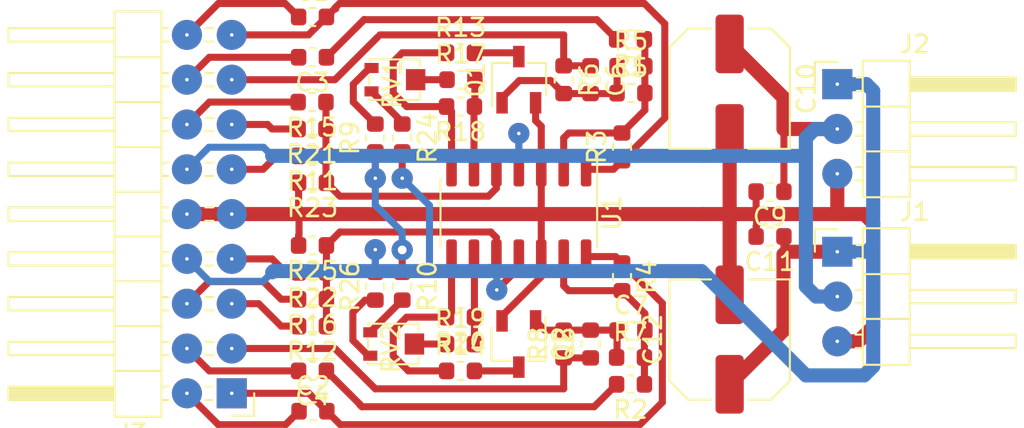
<source format=kicad_pcb>
(kicad_pcb (version 20171130) (host pcbnew "(5.1.4-0-10_14)")

  (general
    (thickness 1.6)
    (drawings 0)
    (tracks 269)
    (zones 0)
    (modules 46)
    (nets 38)
  )

  (page A4)
  (layers
    (0 F.Cu signal)
    (31 B.Cu signal)
    (32 B.Adhes user hide)
    (33 F.Adhes user hide)
    (34 B.Paste user hide)
    (35 F.Paste user hide)
    (36 B.SilkS user hide)
    (37 F.SilkS user hide)
    (38 B.Mask user hide)
    (39 F.Mask user hide)
    (40 Dwgs.User user hide)
    (41 Cmts.User user hide)
    (42 Eco1.User user hide)
    (43 Eco2.User user hide)
    (44 Edge.Cuts user hide)
    (45 Margin user hide)
    (46 B.CrtYd user hide)
    (47 F.CrtYd user)
    (48 B.Fab user hide)
    (49 F.Fab user hide)
  )

  (setup
    (last_trace_width 0.25)
    (user_trace_width 0.4)
    (user_trace_width 0.8)
    (trace_clearance 0.2)
    (zone_clearance 0.508)
    (zone_45_only no)
    (trace_min 0.2)
    (via_size 0.8)
    (via_drill 0.4)
    (via_min_size 0.4)
    (via_min_drill 0.3)
    (user_via 1.2 0.5)
    (uvia_size 0.3)
    (uvia_drill 0.1)
    (uvias_allowed no)
    (uvia_min_size 0.2)
    (uvia_min_drill 0.1)
    (edge_width 0.05)
    (segment_width 0.2)
    (pcb_text_width 0.3)
    (pcb_text_size 1.5 1.5)
    (mod_edge_width 0.12)
    (mod_text_size 1 1)
    (mod_text_width 0.15)
    (pad_size 1.7 1.7)
    (pad_drill 0.2)
    (pad_to_mask_clearance 0.051)
    (solder_mask_min_width 0.25)
    (aux_axis_origin 0 0)
    (visible_elements FFFFFF7F)
    (pcbplotparams
      (layerselection 0x010fc_ffffffff)
      (usegerberextensions false)
      (usegerberattributes false)
      (usegerberadvancedattributes false)
      (creategerberjobfile false)
      (excludeedgelayer true)
      (linewidth 0.100000)
      (plotframeref false)
      (viasonmask false)
      (mode 1)
      (useauxorigin false)
      (hpglpennumber 1)
      (hpglpenspeed 20)
      (hpglpendiameter 15.000000)
      (psnegative false)
      (psa4output false)
      (plotreference true)
      (plotvalue true)
      (plotinvisibletext false)
      (padsonsilk false)
      (subtractmaskfromsilk false)
      (outputformat 1)
      (mirror false)
      (drillshape 1)
      (scaleselection 1)
      (outputdirectory ""))
  )

  (net 0 "")
  (net 1 /res11)
  (net 2 /out1)
  (net 3 /res21)
  (net 4 /out2)
  (net 5 /in1)
  (net 6 "Net-(C3-Pad1)")
  (net 7 /in2)
  (net 8 "Net-(C4-Pad1)")
  (net 9 "Net-(C5-Pad2)")
  (net 10 "Net-(C5-Pad1)")
  (net 11 /res12)
  (net 12 "Net-(C7-Pad2)")
  (net 13 "Net-(C7-Pad1)")
  (net 14 /res22)
  (net 15 GND)
  (net 16 +12V)
  (net 17 -12V)
  (net 18 /cv22)
  (net 19 /cv12)
  (net 20 /cv21)
  (net 21 /cf2)
  (net 22 /cf1)
  (net 23 "Net-(Q1-Pad3)")
  (net 24 "Net-(Q2-Pad3)")
  (net 25 "Net-(R9-Pad2)")
  (net 26 "Net-(R10-Pad2)")
  (net 27 "Net-(R11-Pad1)")
  (net 28 "Net-(R12-Pad1)")
  (net 29 "Net-(R13-Pad1)")
  (net 30 "Net-(R14-Pad1)")
  (net 31 "Net-(R17-Pad2)")
  (net 32 "Net-(R17-Pad1)")
  (net 33 "Net-(R19-Pad2)")
  (net 34 "Net-(R19-Pad1)")
  (net 35 "Net-(R24-Pad1)")
  (net 36 "Net-(R26-Pad1)")
  (net 37 /cv11)

  (net_class Default "This is the default net class."
    (clearance 0.2)
    (trace_width 0.25)
    (via_dia 0.8)
    (via_drill 0.4)
    (uvia_dia 0.3)
    (uvia_drill 0.1)
    (add_net +12V)
    (add_net -12V)
    (add_net /cf1)
    (add_net /cf2)
    (add_net /cv11)
    (add_net /cv12)
    (add_net /cv21)
    (add_net /cv22)
    (add_net /in1)
    (add_net /in2)
    (add_net /out1)
    (add_net /out2)
    (add_net /res11)
    (add_net /res12)
    (add_net /res21)
    (add_net /res22)
    (add_net GND)
    (add_net "Net-(C3-Pad1)")
    (add_net "Net-(C4-Pad1)")
    (add_net "Net-(C5-Pad1)")
    (add_net "Net-(C5-Pad2)")
    (add_net "Net-(C7-Pad1)")
    (add_net "Net-(C7-Pad2)")
    (add_net "Net-(Q1-Pad3)")
    (add_net "Net-(Q2-Pad3)")
    (add_net "Net-(R10-Pad2)")
    (add_net "Net-(R11-Pad1)")
    (add_net "Net-(R12-Pad1)")
    (add_net "Net-(R13-Pad1)")
    (add_net "Net-(R14-Pad1)")
    (add_net "Net-(R17-Pad1)")
    (add_net "Net-(R17-Pad2)")
    (add_net "Net-(R19-Pad1)")
    (add_net "Net-(R19-Pad2)")
    (add_net "Net-(R24-Pad1)")
    (add_net "Net-(R26-Pad1)")
    (add_net "Net-(R9-Pad2)")
  )

  (module Connector_PinHeader_2.54mm:PinHeader_2x09_P2.54mm_Horizontal (layer F.Cu) (tedit 5E0CA1A7) (tstamp 5DF6B97E)
    (at 80.518 67.564 180)
    (descr "Through hole angled pin header, 2x09, 2.54mm pitch, 6mm pin length, double rows")
    (tags "Through hole angled pin header THT 2x09 2.54mm double row")
    (path /5DFCDC5C)
    (fp_text reference J3 (at 5.655 -2.27 180) (layer F.SilkS)
      (effects (font (size 1 1) (thickness 0.15)))
    )
    (fp_text value Conn_02x09_Odd_Even (at 5.655 22.59 180) (layer F.Fab)
      (effects (font (size 1 1) (thickness 0.15)))
    )
    (fp_text user %R (at 5.31 10.16 270) (layer F.Fab)
      (effects (font (size 1 1) (thickness 0.15)))
    )
    (fp_line (start 13.1 -1.8) (end -1.8 -1.8) (layer F.CrtYd) (width 0.05))
    (fp_line (start 13.1 22.1) (end 13.1 -1.8) (layer F.CrtYd) (width 0.05))
    (fp_line (start -1.8 22.1) (end 13.1 22.1) (layer F.CrtYd) (width 0.05))
    (fp_line (start -1.8 -1.8) (end -1.8 22.1) (layer F.CrtYd) (width 0.05))
    (fp_line (start -1.27 -1.27) (end 0 -1.27) (layer F.SilkS) (width 0.12))
    (fp_line (start -1.27 0) (end -1.27 -1.27) (layer F.SilkS) (width 0.12))
    (fp_line (start 1.042929 20.7) (end 1.497071 20.7) (layer F.SilkS) (width 0.12))
    (fp_line (start 1.042929 19.94) (end 1.497071 19.94) (layer F.SilkS) (width 0.12))
    (fp_line (start 3.582929 20.7) (end 3.98 20.7) (layer F.SilkS) (width 0.12))
    (fp_line (start 3.582929 19.94) (end 3.98 19.94) (layer F.SilkS) (width 0.12))
    (fp_line (start 12.64 20.7) (end 6.64 20.7) (layer F.SilkS) (width 0.12))
    (fp_line (start 12.64 19.94) (end 12.64 20.7) (layer F.SilkS) (width 0.12))
    (fp_line (start 6.64 19.94) (end 12.64 19.94) (layer F.SilkS) (width 0.12))
    (fp_line (start 3.98 19.05) (end 6.64 19.05) (layer F.SilkS) (width 0.12))
    (fp_line (start 1.042929 18.16) (end 1.497071 18.16) (layer F.SilkS) (width 0.12))
    (fp_line (start 1.042929 17.4) (end 1.497071 17.4) (layer F.SilkS) (width 0.12))
    (fp_line (start 3.582929 18.16) (end 3.98 18.16) (layer F.SilkS) (width 0.12))
    (fp_line (start 3.582929 17.4) (end 3.98 17.4) (layer F.SilkS) (width 0.12))
    (fp_line (start 12.64 18.16) (end 6.64 18.16) (layer F.SilkS) (width 0.12))
    (fp_line (start 12.64 17.4) (end 12.64 18.16) (layer F.SilkS) (width 0.12))
    (fp_line (start 6.64 17.4) (end 12.64 17.4) (layer F.SilkS) (width 0.12))
    (fp_line (start 3.98 16.51) (end 6.64 16.51) (layer F.SilkS) (width 0.12))
    (fp_line (start 1.042929 15.62) (end 1.497071 15.62) (layer F.SilkS) (width 0.12))
    (fp_line (start 1.042929 14.86) (end 1.497071 14.86) (layer F.SilkS) (width 0.12))
    (fp_line (start 3.582929 15.62) (end 3.98 15.62) (layer F.SilkS) (width 0.12))
    (fp_line (start 3.582929 14.86) (end 3.98 14.86) (layer F.SilkS) (width 0.12))
    (fp_line (start 12.64 15.62) (end 6.64 15.62) (layer F.SilkS) (width 0.12))
    (fp_line (start 12.64 14.86) (end 12.64 15.62) (layer F.SilkS) (width 0.12))
    (fp_line (start 6.64 14.86) (end 12.64 14.86) (layer F.SilkS) (width 0.12))
    (fp_line (start 3.98 13.97) (end 6.64 13.97) (layer F.SilkS) (width 0.12))
    (fp_line (start 1.042929 13.08) (end 1.497071 13.08) (layer F.SilkS) (width 0.12))
    (fp_line (start 1.042929 12.32) (end 1.497071 12.32) (layer F.SilkS) (width 0.12))
    (fp_line (start 3.582929 13.08) (end 3.98 13.08) (layer F.SilkS) (width 0.12))
    (fp_line (start 3.582929 12.32) (end 3.98 12.32) (layer F.SilkS) (width 0.12))
    (fp_line (start 12.64 13.08) (end 6.64 13.08) (layer F.SilkS) (width 0.12))
    (fp_line (start 12.64 12.32) (end 12.64 13.08) (layer F.SilkS) (width 0.12))
    (fp_line (start 6.64 12.32) (end 12.64 12.32) (layer F.SilkS) (width 0.12))
    (fp_line (start 3.98 11.43) (end 6.64 11.43) (layer F.SilkS) (width 0.12))
    (fp_line (start 1.042929 10.54) (end 1.497071 10.54) (layer F.SilkS) (width 0.12))
    (fp_line (start 1.042929 9.78) (end 1.497071 9.78) (layer F.SilkS) (width 0.12))
    (fp_line (start 3.582929 10.54) (end 3.98 10.54) (layer F.SilkS) (width 0.12))
    (fp_line (start 3.582929 9.78) (end 3.98 9.78) (layer F.SilkS) (width 0.12))
    (fp_line (start 12.64 10.54) (end 6.64 10.54) (layer F.SilkS) (width 0.12))
    (fp_line (start 12.64 9.78) (end 12.64 10.54) (layer F.SilkS) (width 0.12))
    (fp_line (start 6.64 9.78) (end 12.64 9.78) (layer F.SilkS) (width 0.12))
    (fp_line (start 3.98 8.89) (end 6.64 8.89) (layer F.SilkS) (width 0.12))
    (fp_line (start 1.042929 8) (end 1.497071 8) (layer F.SilkS) (width 0.12))
    (fp_line (start 1.042929 7.24) (end 1.497071 7.24) (layer F.SilkS) (width 0.12))
    (fp_line (start 3.582929 8) (end 3.98 8) (layer F.SilkS) (width 0.12))
    (fp_line (start 3.582929 7.24) (end 3.98 7.24) (layer F.SilkS) (width 0.12))
    (fp_line (start 12.64 8) (end 6.64 8) (layer F.SilkS) (width 0.12))
    (fp_line (start 12.64 7.24) (end 12.64 8) (layer F.SilkS) (width 0.12))
    (fp_line (start 6.64 7.24) (end 12.64 7.24) (layer F.SilkS) (width 0.12))
    (fp_line (start 3.98 6.35) (end 6.64 6.35) (layer F.SilkS) (width 0.12))
    (fp_line (start 1.042929 5.46) (end 1.497071 5.46) (layer F.SilkS) (width 0.12))
    (fp_line (start 1.042929 4.7) (end 1.497071 4.7) (layer F.SilkS) (width 0.12))
    (fp_line (start 3.582929 5.46) (end 3.98 5.46) (layer F.SilkS) (width 0.12))
    (fp_line (start 3.582929 4.7) (end 3.98 4.7) (layer F.SilkS) (width 0.12))
    (fp_line (start 12.64 5.46) (end 6.64 5.46) (layer F.SilkS) (width 0.12))
    (fp_line (start 12.64 4.7) (end 12.64 5.46) (layer F.SilkS) (width 0.12))
    (fp_line (start 6.64 4.7) (end 12.64 4.7) (layer F.SilkS) (width 0.12))
    (fp_line (start 3.98 3.81) (end 6.64 3.81) (layer F.SilkS) (width 0.12))
    (fp_line (start 1.042929 2.92) (end 1.497071 2.92) (layer F.SilkS) (width 0.12))
    (fp_line (start 1.042929 2.16) (end 1.497071 2.16) (layer F.SilkS) (width 0.12))
    (fp_line (start 3.582929 2.92) (end 3.98 2.92) (layer F.SilkS) (width 0.12))
    (fp_line (start 3.582929 2.16) (end 3.98 2.16) (layer F.SilkS) (width 0.12))
    (fp_line (start 12.64 2.92) (end 6.64 2.92) (layer F.SilkS) (width 0.12))
    (fp_line (start 12.64 2.16) (end 12.64 2.92) (layer F.SilkS) (width 0.12))
    (fp_line (start 6.64 2.16) (end 12.64 2.16) (layer F.SilkS) (width 0.12))
    (fp_line (start 3.98 1.27) (end 6.64 1.27) (layer F.SilkS) (width 0.12))
    (fp_line (start 1.11 0.38) (end 1.497071 0.38) (layer F.SilkS) (width 0.12))
    (fp_line (start 1.11 -0.38) (end 1.497071 -0.38) (layer F.SilkS) (width 0.12))
    (fp_line (start 3.582929 0.38) (end 3.98 0.38) (layer F.SilkS) (width 0.12))
    (fp_line (start 3.582929 -0.38) (end 3.98 -0.38) (layer F.SilkS) (width 0.12))
    (fp_line (start 6.64 0.28) (end 12.64 0.28) (layer F.SilkS) (width 0.12))
    (fp_line (start 6.64 0.16) (end 12.64 0.16) (layer F.SilkS) (width 0.12))
    (fp_line (start 6.64 0.04) (end 12.64 0.04) (layer F.SilkS) (width 0.12))
    (fp_line (start 6.64 -0.08) (end 12.64 -0.08) (layer F.SilkS) (width 0.12))
    (fp_line (start 6.64 -0.2) (end 12.64 -0.2) (layer F.SilkS) (width 0.12))
    (fp_line (start 6.64 -0.32) (end 12.64 -0.32) (layer F.SilkS) (width 0.12))
    (fp_line (start 12.64 0.38) (end 6.64 0.38) (layer F.SilkS) (width 0.12))
    (fp_line (start 12.64 -0.38) (end 12.64 0.38) (layer F.SilkS) (width 0.12))
    (fp_line (start 6.64 -0.38) (end 12.64 -0.38) (layer F.SilkS) (width 0.12))
    (fp_line (start 6.64 -1.33) (end 3.98 -1.33) (layer F.SilkS) (width 0.12))
    (fp_line (start 6.64 21.65) (end 6.64 -1.33) (layer F.SilkS) (width 0.12))
    (fp_line (start 3.98 21.65) (end 6.64 21.65) (layer F.SilkS) (width 0.12))
    (fp_line (start 3.98 -1.33) (end 3.98 21.65) (layer F.SilkS) (width 0.12))
    (fp_line (start 6.58 20.64) (end 12.58 20.64) (layer F.Fab) (width 0.1))
    (fp_line (start 12.58 20) (end 12.58 20.64) (layer F.Fab) (width 0.1))
    (fp_line (start 6.58 20) (end 12.58 20) (layer F.Fab) (width 0.1))
    (fp_line (start -0.32 20.64) (end 4.04 20.64) (layer F.Fab) (width 0.1))
    (fp_line (start -0.32 20) (end -0.32 20.64) (layer F.Fab) (width 0.1))
    (fp_line (start -0.32 20) (end 4.04 20) (layer F.Fab) (width 0.1))
    (fp_line (start 6.58 18.1) (end 12.58 18.1) (layer F.Fab) (width 0.1))
    (fp_line (start 12.58 17.46) (end 12.58 18.1) (layer F.Fab) (width 0.1))
    (fp_line (start 6.58 17.46) (end 12.58 17.46) (layer F.Fab) (width 0.1))
    (fp_line (start -0.32 18.1) (end 4.04 18.1) (layer F.Fab) (width 0.1))
    (fp_line (start -0.32 17.46) (end -0.32 18.1) (layer F.Fab) (width 0.1))
    (fp_line (start -0.32 17.46) (end 4.04 17.46) (layer F.Fab) (width 0.1))
    (fp_line (start 6.58 15.56) (end 12.58 15.56) (layer F.Fab) (width 0.1))
    (fp_line (start 12.58 14.92) (end 12.58 15.56) (layer F.Fab) (width 0.1))
    (fp_line (start 6.58 14.92) (end 12.58 14.92) (layer F.Fab) (width 0.1))
    (fp_line (start -0.32 15.56) (end 4.04 15.56) (layer F.Fab) (width 0.1))
    (fp_line (start -0.32 14.92) (end -0.32 15.56) (layer F.Fab) (width 0.1))
    (fp_line (start -0.32 14.92) (end 4.04 14.92) (layer F.Fab) (width 0.1))
    (fp_line (start 6.58 13.02) (end 12.58 13.02) (layer F.Fab) (width 0.1))
    (fp_line (start 12.58 12.38) (end 12.58 13.02) (layer F.Fab) (width 0.1))
    (fp_line (start 6.58 12.38) (end 12.58 12.38) (layer F.Fab) (width 0.1))
    (fp_line (start -0.32 13.02) (end 4.04 13.02) (layer F.Fab) (width 0.1))
    (fp_line (start -0.32 12.38) (end -0.32 13.02) (layer F.Fab) (width 0.1))
    (fp_line (start -0.32 12.38) (end 4.04 12.38) (layer F.Fab) (width 0.1))
    (fp_line (start 6.58 10.48) (end 12.58 10.48) (layer F.Fab) (width 0.1))
    (fp_line (start 12.58 9.84) (end 12.58 10.48) (layer F.Fab) (width 0.1))
    (fp_line (start 6.58 9.84) (end 12.58 9.84) (layer F.Fab) (width 0.1))
    (fp_line (start -0.32 10.48) (end 4.04 10.48) (layer F.Fab) (width 0.1))
    (fp_line (start -0.32 9.84) (end -0.32 10.48) (layer F.Fab) (width 0.1))
    (fp_line (start -0.32 9.84) (end 4.04 9.84) (layer F.Fab) (width 0.1))
    (fp_line (start 6.58 7.94) (end 12.58 7.94) (layer F.Fab) (width 0.1))
    (fp_line (start 12.58 7.3) (end 12.58 7.94) (layer F.Fab) (width 0.1))
    (fp_line (start 6.58 7.3) (end 12.58 7.3) (layer F.Fab) (width 0.1))
    (fp_line (start -0.32 7.94) (end 4.04 7.94) (layer F.Fab) (width 0.1))
    (fp_line (start -0.32 7.3) (end -0.32 7.94) (layer F.Fab) (width 0.1))
    (fp_line (start -0.32 7.3) (end 4.04 7.3) (layer F.Fab) (width 0.1))
    (fp_line (start 6.58 5.4) (end 12.58 5.4) (layer F.Fab) (width 0.1))
    (fp_line (start 12.58 4.76) (end 12.58 5.4) (layer F.Fab) (width 0.1))
    (fp_line (start 6.58 4.76) (end 12.58 4.76) (layer F.Fab) (width 0.1))
    (fp_line (start -0.32 5.4) (end 4.04 5.4) (layer F.Fab) (width 0.1))
    (fp_line (start -0.32 4.76) (end -0.32 5.4) (layer F.Fab) (width 0.1))
    (fp_line (start -0.32 4.76) (end 4.04 4.76) (layer F.Fab) (width 0.1))
    (fp_line (start 6.58 2.86) (end 12.58 2.86) (layer F.Fab) (width 0.1))
    (fp_line (start 12.58 2.22) (end 12.58 2.86) (layer F.Fab) (width 0.1))
    (fp_line (start 6.58 2.22) (end 12.58 2.22) (layer F.Fab) (width 0.1))
    (fp_line (start -0.32 2.86) (end 4.04 2.86) (layer F.Fab) (width 0.1))
    (fp_line (start -0.32 2.22) (end -0.32 2.86) (layer F.Fab) (width 0.1))
    (fp_line (start -0.32 2.22) (end 4.04 2.22) (layer F.Fab) (width 0.1))
    (fp_line (start 6.58 0.32) (end 12.58 0.32) (layer F.Fab) (width 0.1))
    (fp_line (start 12.58 -0.32) (end 12.58 0.32) (layer F.Fab) (width 0.1))
    (fp_line (start 6.58 -0.32) (end 12.58 -0.32) (layer F.Fab) (width 0.1))
    (fp_line (start -0.32 0.32) (end 4.04 0.32) (layer F.Fab) (width 0.1))
    (fp_line (start -0.32 -0.32) (end -0.32 0.32) (layer F.Fab) (width 0.1))
    (fp_line (start -0.32 -0.32) (end 4.04 -0.32) (layer F.Fab) (width 0.1))
    (fp_line (start 4.04 -0.635) (end 4.675 -1.27) (layer F.Fab) (width 0.1))
    (fp_line (start 4.04 21.59) (end 4.04 -0.635) (layer F.Fab) (width 0.1))
    (fp_line (start 6.58 21.59) (end 4.04 21.59) (layer F.Fab) (width 0.1))
    (fp_line (start 6.58 -1.27) (end 6.58 21.59) (layer F.Fab) (width 0.1))
    (fp_line (start 4.675 -1.27) (end 6.58 -1.27) (layer F.Fab) (width 0.1))
    (pad 18 thru_hole oval (at 2.54 20.32 180) (size 1.7 1.7) (drill 0.2) (layers *.Cu *.Mask)
      (net 2 /out1))
    (pad 17 thru_hole oval (at 0 20.32 180) (size 1.7 1.7) (drill 0.2) (layers *.Cu *.Mask)
      (net 1 /res11))
    (pad 16 thru_hole oval (at 2.54 17.78 180) (size 1.7 1.7) (drill 0.2) (layers *.Cu *.Mask)
      (net 5 /in1))
    (pad 15 thru_hole oval (at 0 17.78 180) (size 1.7 1.7) (drill 0.2) (layers *.Cu *.Mask)
      (net 11 /res12))
    (pad 14 thru_hole oval (at 2.54 15.24 180) (size 1.7 1.7) (drill 0.2) (layers *.Cu *.Mask)
      (net 37 /cv11))
    (pad 13 thru_hole oval (at 0 15.24 180) (size 1.7 1.7) (drill 0.2) (layers *.Cu *.Mask)
      (net 19 /cv12))
    (pad 12 thru_hole oval (at 2.54 12.7 180) (size 1.7 1.7) (drill 0.2) (layers *.Cu *.Mask)
      (net 16 +12V))
    (pad 11 thru_hole oval (at 0 12.7 180) (size 1.7 1.7) (drill 0.2) (layers *.Cu *.Mask)
      (net 22 /cf1))
    (pad 10 thru_hole oval (at 2.54 10.16 180) (size 1.7 1.7) (drill 0.2) (layers *.Cu *.Mask)
      (net 15 GND))
    (pad 9 thru_hole oval (at 0 10.16 180) (size 1.7 1.7) (drill 0.2) (layers *.Cu *.Mask)
      (net 15 GND))
    (pad 8 thru_hole oval (at 2.54 7.62 180) (size 1.7 1.7) (drill 0.2) (layers *.Cu *.Mask)
      (net 17 -12V))
    (pad 7 thru_hole oval (at 0 7.62 180) (size 1.7 1.7) (drill 0.2) (layers *.Cu *.Mask)
      (net 18 /cv22))
    (pad 6 thru_hole oval (at 2.54 5.08 180) (size 1.7 1.7) (drill 0.2) (layers *.Cu *.Mask)
      (net 20 /cv21))
    (pad 5 thru_hole oval (at 0 5.08 180) (size 1.7 1.7) (drill 0.2) (layers *.Cu *.Mask)
      (net 21 /cf2))
    (pad 4 thru_hole oval (at 2.54 2.54 180) (size 1.7 1.7) (drill 0.2) (layers *.Cu *.Mask)
      (net 7 /in2))
    (pad 3 thru_hole oval (at 0 2.54 180) (size 1.7 1.7) (drill 0.2) (layers *.Cu *.Mask)
      (net 14 /res22))
    (pad 2 thru_hole oval (at 2.54 0 180) (size 1.7 1.7) (drill 0.2) (layers *.Cu *.Mask)
      (net 4 /out2))
    (pad 1 thru_hole rect (at 0 0 180) (size 1.7 1.7) (drill 0.2) (layers *.Cu *.Mask)
      (net 3 /res21))
    (model ${KISYS3DMOD}/Connector_PinHeader_2.54mm.3dshapes/PinHeader_2x09_P2.54mm_Horizontal.wrl
      (at (xyz 0 0 0))
      (scale (xyz 1 1 1))
      (rotate (xyz 0 0 0))
    )
  )

  (module Connector_PinHeader_2.54mm:PinHeader_1x03_P2.54mm_Horizontal (layer F.Cu) (tedit 5E0CA1E3) (tstamp 5E08CBB5)
    (at 114.808 50.038)
    (descr "Through hole angled pin header, 1x03, 2.54mm pitch, 6mm pin length, single row")
    (tags "Through hole angled pin header THT 1x03 2.54mm single row")
    (path /5E01C7A1)
    (fp_text reference J2 (at 4.385 -2.27) (layer F.SilkS)
      (effects (font (size 1 1) (thickness 0.15)))
    )
    (fp_text value Conn_01x03 (at 4.385 7.35) (layer F.Fab)
      (effects (font (size 1 1) (thickness 0.15)))
    )
    (fp_text user %R (at 2.77 2.54 90) (layer F.Fab)
      (effects (font (size 1 1) (thickness 0.15)))
    )
    (fp_line (start 10.55 -1.8) (end -1.8 -1.8) (layer F.CrtYd) (width 0.05))
    (fp_line (start 10.55 6.85) (end 10.55 -1.8) (layer F.CrtYd) (width 0.05))
    (fp_line (start -1.8 6.85) (end 10.55 6.85) (layer F.CrtYd) (width 0.05))
    (fp_line (start -1.8 -1.8) (end -1.8 6.85) (layer F.CrtYd) (width 0.05))
    (fp_line (start -1.27 -1.27) (end 0 -1.27) (layer F.SilkS) (width 0.12))
    (fp_line (start -1.27 0) (end -1.27 -1.27) (layer F.SilkS) (width 0.12))
    (fp_line (start 1.042929 5.46) (end 1.44 5.46) (layer F.SilkS) (width 0.12))
    (fp_line (start 1.042929 4.7) (end 1.44 4.7) (layer F.SilkS) (width 0.12))
    (fp_line (start 10.1 5.46) (end 4.1 5.46) (layer F.SilkS) (width 0.12))
    (fp_line (start 10.1 4.7) (end 10.1 5.46) (layer F.SilkS) (width 0.12))
    (fp_line (start 4.1 4.7) (end 10.1 4.7) (layer F.SilkS) (width 0.12))
    (fp_line (start 1.44 3.81) (end 4.1 3.81) (layer F.SilkS) (width 0.12))
    (fp_line (start 1.042929 2.92) (end 1.44 2.92) (layer F.SilkS) (width 0.12))
    (fp_line (start 1.042929 2.16) (end 1.44 2.16) (layer F.SilkS) (width 0.12))
    (fp_line (start 10.1 2.92) (end 4.1 2.92) (layer F.SilkS) (width 0.12))
    (fp_line (start 10.1 2.16) (end 10.1 2.92) (layer F.SilkS) (width 0.12))
    (fp_line (start 4.1 2.16) (end 10.1 2.16) (layer F.SilkS) (width 0.12))
    (fp_line (start 1.44 1.27) (end 4.1 1.27) (layer F.SilkS) (width 0.12))
    (fp_line (start 1.11 0.38) (end 1.44 0.38) (layer F.SilkS) (width 0.12))
    (fp_line (start 1.11 -0.38) (end 1.44 -0.38) (layer F.SilkS) (width 0.12))
    (fp_line (start 4.1 0.28) (end 10.1 0.28) (layer F.SilkS) (width 0.12))
    (fp_line (start 4.1 0.16) (end 10.1 0.16) (layer F.SilkS) (width 0.12))
    (fp_line (start 4.1 0.04) (end 10.1 0.04) (layer F.SilkS) (width 0.12))
    (fp_line (start 4.1 -0.08) (end 10.1 -0.08) (layer F.SilkS) (width 0.12))
    (fp_line (start 4.1 -0.2) (end 10.1 -0.2) (layer F.SilkS) (width 0.12))
    (fp_line (start 4.1 -0.32) (end 10.1 -0.32) (layer F.SilkS) (width 0.12))
    (fp_line (start 10.1 0.38) (end 4.1 0.38) (layer F.SilkS) (width 0.12))
    (fp_line (start 10.1 -0.38) (end 10.1 0.38) (layer F.SilkS) (width 0.12))
    (fp_line (start 4.1 -0.38) (end 10.1 -0.38) (layer F.SilkS) (width 0.12))
    (fp_line (start 4.1 -1.33) (end 1.44 -1.33) (layer F.SilkS) (width 0.12))
    (fp_line (start 4.1 6.41) (end 4.1 -1.33) (layer F.SilkS) (width 0.12))
    (fp_line (start 1.44 6.41) (end 4.1 6.41) (layer F.SilkS) (width 0.12))
    (fp_line (start 1.44 -1.33) (end 1.44 6.41) (layer F.SilkS) (width 0.12))
    (fp_line (start 4.04 5.4) (end 10.04 5.4) (layer F.Fab) (width 0.1))
    (fp_line (start 10.04 4.76) (end 10.04 5.4) (layer F.Fab) (width 0.1))
    (fp_line (start 4.04 4.76) (end 10.04 4.76) (layer F.Fab) (width 0.1))
    (fp_line (start -0.32 5.4) (end 1.5 5.4) (layer F.Fab) (width 0.1))
    (fp_line (start -0.32 4.76) (end -0.32 5.4) (layer F.Fab) (width 0.1))
    (fp_line (start -0.32 4.76) (end 1.5 4.76) (layer F.Fab) (width 0.1))
    (fp_line (start 4.04 2.86) (end 10.04 2.86) (layer F.Fab) (width 0.1))
    (fp_line (start 10.04 2.22) (end 10.04 2.86) (layer F.Fab) (width 0.1))
    (fp_line (start 4.04 2.22) (end 10.04 2.22) (layer F.Fab) (width 0.1))
    (fp_line (start -0.32 2.86) (end 1.5 2.86) (layer F.Fab) (width 0.1))
    (fp_line (start -0.32 2.22) (end -0.32 2.86) (layer F.Fab) (width 0.1))
    (fp_line (start -0.32 2.22) (end 1.5 2.22) (layer F.Fab) (width 0.1))
    (fp_line (start 4.04 0.32) (end 10.04 0.32) (layer F.Fab) (width 0.1))
    (fp_line (start 10.04 -0.32) (end 10.04 0.32) (layer F.Fab) (width 0.1))
    (fp_line (start 4.04 -0.32) (end 10.04 -0.32) (layer F.Fab) (width 0.1))
    (fp_line (start -0.32 0.32) (end 1.5 0.32) (layer F.Fab) (width 0.1))
    (fp_line (start -0.32 -0.32) (end -0.32 0.32) (layer F.Fab) (width 0.1))
    (fp_line (start -0.32 -0.32) (end 1.5 -0.32) (layer F.Fab) (width 0.1))
    (fp_line (start 1.5 -0.635) (end 2.135 -1.27) (layer F.Fab) (width 0.1))
    (fp_line (start 1.5 6.35) (end 1.5 -0.635) (layer F.Fab) (width 0.1))
    (fp_line (start 4.04 6.35) (end 1.5 6.35) (layer F.Fab) (width 0.1))
    (fp_line (start 4.04 -1.27) (end 4.04 6.35) (layer F.Fab) (width 0.1))
    (fp_line (start 2.135 -1.27) (end 4.04 -1.27) (layer F.Fab) (width 0.1))
    (pad 3 thru_hole oval (at 0 5.08) (size 1.7 1.7) (drill 0.2) (layers *.Cu *.Mask)
      (net 15 GND))
    (pad 2 thru_hole oval (at 0 2.54) (size 1.7 1.7) (drill 0.2) (layers *.Cu *.Mask)
      (net 16 +12V))
    (pad 1 thru_hole rect (at 0 0) (size 1.7 1.7) (drill 0.2) (layers *.Cu *.Mask)
      (net 17 -12V))
    (model ${KISYS3DMOD}/Connector_PinHeader_2.54mm.3dshapes/PinHeader_1x03_P2.54mm_Horizontal.wrl
      (at (xyz 0 0 0))
      (scale (xyz 1 1 1))
      (rotate (xyz 0 0 0))
    )
  )

  (module Potentiometer_SMD:3302 (layer F.Cu) (tedit 5DF56AE9) (tstamp 5DF6BB7E)
    (at 89.662 64.77 270)
    (path /5DFA7A24)
    (fp_text reference RV2 (at 0.25 0.125 90) (layer F.SilkS)
      (effects (font (size 1 1) (thickness 0.15)))
    )
    (fp_text value 10k (at 0 -0.5 90) (layer F.Fab)
      (effects (font (size 1 1) (thickness 0.15)))
    )
    (fp_line (start 1.15 -1.425) (end 0.7 -1.425) (layer F.SilkS) (width 0.12))
    (fp_line (start 1.15 1.425) (end 1.15 -1.425) (layer F.SilkS) (width 0.12))
    (fp_line (start 1.05 1.425) (end 1.15 1.425) (layer F.SilkS) (width 0.12))
    (fp_line (start -0.275 1.425) (end 0.25 1.425) (layer F.SilkS) (width 0.12))
    (fp_line (start -1.15 1.4) (end -1.05 1.4) (layer F.SilkS) (width 0.12))
    (fp_line (start -1.15 -1.425) (end -1.15 1.4) (layer F.SilkS) (width 0.12))
    (fp_line (start -0.75 -1.425) (end -1.15 -1.425) (layer F.SilkS) (width 0.12))
    (pad 3 smd rect (at 0.6625 1.3 270) (size 0.575 0.8) (layers F.Cu F.Paste F.Mask)
      (net 36 "Net-(R26-Pad1)"))
    (pad 1 smd rect (at -0.6625 1.3 270) (size 0.575 0.8) (layers F.Cu F.Paste F.Mask)
      (net 26 "Net-(R10-Pad2)"))
    (pad 2 smd rect (at 0 -1.2 270) (size 1.2 1.1) (layers F.Cu F.Paste F.Mask)
      (net 34 "Net-(R19-Pad1)"))
  )

  (module Capacitor_SMD:C_Elec_6.3x5.4 (layer F.Cu) (tedit 5BC8D926) (tstamp 5DF6B855)
    (at 108.712 64.516 90)
    (descr "SMD capacitor, aluminum electrolytic nonpolar, 6.3x5.4mm")
    (tags "capacitor electrolyic nonpolar")
    (path /5DFB53A4)
    (attr smd)
    (fp_text reference C12 (at 0 -4.35 90) (layer F.SilkS)
      (effects (font (size 1 1) (thickness 0.15)))
    )
    (fp_text value 10u (at 0 4.35 90) (layer F.Fab)
      (effects (font (size 1 1) (thickness 0.15)))
    )
    (fp_text user %R (at 0 0 90) (layer F.Fab)
      (effects (font (size 1 1) (thickness 0.15)))
    )
    (fp_line (start -4.45 1.05) (end -3.55 1.05) (layer F.CrtYd) (width 0.05))
    (fp_line (start -4.45 -1.05) (end -4.45 1.05) (layer F.CrtYd) (width 0.05))
    (fp_line (start -3.55 -1.05) (end -4.45 -1.05) (layer F.CrtYd) (width 0.05))
    (fp_line (start -3.55 1.05) (end -3.55 2.4) (layer F.CrtYd) (width 0.05))
    (fp_line (start -3.55 -2.4) (end -3.55 -1.05) (layer F.CrtYd) (width 0.05))
    (fp_line (start -3.55 -2.4) (end -2.4 -3.55) (layer F.CrtYd) (width 0.05))
    (fp_line (start -3.55 2.4) (end -2.4 3.55) (layer F.CrtYd) (width 0.05))
    (fp_line (start -2.4 -3.55) (end 3.55 -3.55) (layer F.CrtYd) (width 0.05))
    (fp_line (start -2.4 3.55) (end 3.55 3.55) (layer F.CrtYd) (width 0.05))
    (fp_line (start 3.55 1.05) (end 3.55 3.55) (layer F.CrtYd) (width 0.05))
    (fp_line (start 4.45 1.05) (end 3.55 1.05) (layer F.CrtYd) (width 0.05))
    (fp_line (start 4.45 -1.05) (end 4.45 1.05) (layer F.CrtYd) (width 0.05))
    (fp_line (start 3.55 -1.05) (end 4.45 -1.05) (layer F.CrtYd) (width 0.05))
    (fp_line (start 3.55 -3.55) (end 3.55 -1.05) (layer F.CrtYd) (width 0.05))
    (fp_line (start -3.41 2.345563) (end -2.345563 3.41) (layer F.SilkS) (width 0.12))
    (fp_line (start -3.41 -2.345563) (end -2.345563 -3.41) (layer F.SilkS) (width 0.12))
    (fp_line (start -3.41 -2.345563) (end -3.41 -1.06) (layer F.SilkS) (width 0.12))
    (fp_line (start -3.41 2.345563) (end -3.41 1.06) (layer F.SilkS) (width 0.12))
    (fp_line (start -2.345563 3.41) (end 3.41 3.41) (layer F.SilkS) (width 0.12))
    (fp_line (start -2.345563 -3.41) (end 3.41 -3.41) (layer F.SilkS) (width 0.12))
    (fp_line (start 3.41 -3.41) (end 3.41 -1.06) (layer F.SilkS) (width 0.12))
    (fp_line (start 3.41 3.41) (end 3.41 1.06) (layer F.SilkS) (width 0.12))
    (fp_line (start -3.3 2.3) (end -2.3 3.3) (layer F.Fab) (width 0.1))
    (fp_line (start -3.3 -2.3) (end -2.3 -3.3) (layer F.Fab) (width 0.1))
    (fp_line (start -3.3 -2.3) (end -3.3 2.3) (layer F.Fab) (width 0.1))
    (fp_line (start -2.3 3.3) (end 3.3 3.3) (layer F.Fab) (width 0.1))
    (fp_line (start -2.3 -3.3) (end 3.3 -3.3) (layer F.Fab) (width 0.1))
    (fp_line (start 3.3 -3.3) (end 3.3 3.3) (layer F.Fab) (width 0.1))
    (fp_circle (center 0 0) (end 3.15 0) (layer F.Fab) (width 0.1))
    (pad 2 smd roundrect (at 2.5375 0 90) (size 3.325 1.6) (layers F.Cu F.Paste F.Mask) (roundrect_rratio 0.15625)
      (net 15 GND))
    (pad 1 smd roundrect (at -2.5375 0 90) (size 3.325 1.6) (layers F.Cu F.Paste F.Mask) (roundrect_rratio 0.15625)
      (net 17 -12V))
    (model ${KISYS3DMOD}/Capacitor_SMD.3dshapes/C_Elec_6.3x5.4.wrl
      (at (xyz 0 0 0))
      (scale (xyz 1 1 1))
      (rotate (xyz 0 0 0))
    )
  )

  (module Capacitor_SMD:C_Elec_6.3x5.4 (layer F.Cu) (tedit 5BC8D926) (tstamp 5DF6B820)
    (at 108.712 50.2945 270)
    (descr "SMD capacitor, aluminum electrolytic nonpolar, 6.3x5.4mm")
    (tags "capacitor electrolyic nonpolar")
    (path /5DFB4610)
    (attr smd)
    (fp_text reference C10 (at 0 -4.35 90) (layer F.SilkS)
      (effects (font (size 1 1) (thickness 0.15)))
    )
    (fp_text value 10u (at 0 4.35 90) (layer F.Fab)
      (effects (font (size 1 1) (thickness 0.15)))
    )
    (fp_text user %R (at 0 0 90) (layer F.Fab)
      (effects (font (size 1 1) (thickness 0.15)))
    )
    (fp_line (start -4.45 1.05) (end -3.55 1.05) (layer F.CrtYd) (width 0.05))
    (fp_line (start -4.45 -1.05) (end -4.45 1.05) (layer F.CrtYd) (width 0.05))
    (fp_line (start -3.55 -1.05) (end -4.45 -1.05) (layer F.CrtYd) (width 0.05))
    (fp_line (start -3.55 1.05) (end -3.55 2.4) (layer F.CrtYd) (width 0.05))
    (fp_line (start -3.55 -2.4) (end -3.55 -1.05) (layer F.CrtYd) (width 0.05))
    (fp_line (start -3.55 -2.4) (end -2.4 -3.55) (layer F.CrtYd) (width 0.05))
    (fp_line (start -3.55 2.4) (end -2.4 3.55) (layer F.CrtYd) (width 0.05))
    (fp_line (start -2.4 -3.55) (end 3.55 -3.55) (layer F.CrtYd) (width 0.05))
    (fp_line (start -2.4 3.55) (end 3.55 3.55) (layer F.CrtYd) (width 0.05))
    (fp_line (start 3.55 1.05) (end 3.55 3.55) (layer F.CrtYd) (width 0.05))
    (fp_line (start 4.45 1.05) (end 3.55 1.05) (layer F.CrtYd) (width 0.05))
    (fp_line (start 4.45 -1.05) (end 4.45 1.05) (layer F.CrtYd) (width 0.05))
    (fp_line (start 3.55 -1.05) (end 4.45 -1.05) (layer F.CrtYd) (width 0.05))
    (fp_line (start 3.55 -3.55) (end 3.55 -1.05) (layer F.CrtYd) (width 0.05))
    (fp_line (start -3.41 2.345563) (end -2.345563 3.41) (layer F.SilkS) (width 0.12))
    (fp_line (start -3.41 -2.345563) (end -2.345563 -3.41) (layer F.SilkS) (width 0.12))
    (fp_line (start -3.41 -2.345563) (end -3.41 -1.06) (layer F.SilkS) (width 0.12))
    (fp_line (start -3.41 2.345563) (end -3.41 1.06) (layer F.SilkS) (width 0.12))
    (fp_line (start -2.345563 3.41) (end 3.41 3.41) (layer F.SilkS) (width 0.12))
    (fp_line (start -2.345563 -3.41) (end 3.41 -3.41) (layer F.SilkS) (width 0.12))
    (fp_line (start 3.41 -3.41) (end 3.41 -1.06) (layer F.SilkS) (width 0.12))
    (fp_line (start 3.41 3.41) (end 3.41 1.06) (layer F.SilkS) (width 0.12))
    (fp_line (start -3.3 2.3) (end -2.3 3.3) (layer F.Fab) (width 0.1))
    (fp_line (start -3.3 -2.3) (end -2.3 -3.3) (layer F.Fab) (width 0.1))
    (fp_line (start -3.3 -2.3) (end -3.3 2.3) (layer F.Fab) (width 0.1))
    (fp_line (start -2.3 3.3) (end 3.3 3.3) (layer F.Fab) (width 0.1))
    (fp_line (start -2.3 -3.3) (end 3.3 -3.3) (layer F.Fab) (width 0.1))
    (fp_line (start 3.3 -3.3) (end 3.3 3.3) (layer F.Fab) (width 0.1))
    (fp_circle (center 0 0) (end 3.15 0) (layer F.Fab) (width 0.1))
    (pad 2 smd roundrect (at 2.5375 0 270) (size 3.325 1.6) (layers F.Cu F.Paste F.Mask) (roundrect_rratio 0.15625)
      (net 15 GND))
    (pad 1 smd roundrect (at -2.5375 0 270) (size 3.325 1.6) (layers F.Cu F.Paste F.Mask) (roundrect_rratio 0.15625)
      (net 16 +12V))
    (model ${KISYS3DMOD}/Capacitor_SMD.3dshapes/C_Elec_6.3x5.4.wrl
      (at (xyz 0 0 0))
      (scale (xyz 1 1 1))
      (rotate (xyz 0 0 0))
    )
  )

  (module Package_SO:SOIC-14_3.9x8.7mm_P1.27mm (layer F.Cu) (tedit 5C97300E) (tstamp 5DF6BB9E)
    (at 96.774 57.339 270)
    (descr "SOIC, 14 Pin (JEDEC MS-012AB, https://www.analog.com/media/en/package-pcb-resources/package/pkg_pdf/soic_narrow-r/r_14.pdf), generated with kicad-footprint-generator ipc_gullwing_generator.py")
    (tags "SOIC SO")
    (path /5DF41042)
    (attr smd)
    (fp_text reference U1 (at 0 -5.28 90) (layer F.SilkS)
      (effects (font (size 1 1) (thickness 0.15)))
    )
    (fp_text value TL074 (at 0 5.28 90) (layer F.Fab)
      (effects (font (size 1 1) (thickness 0.15)))
    )
    (fp_text user %R (at 0 0 90) (layer F.Fab)
      (effects (font (size 0.98 0.98) (thickness 0.15)))
    )
    (fp_line (start 3.7 -4.58) (end -3.7 -4.58) (layer F.CrtYd) (width 0.05))
    (fp_line (start 3.7 4.58) (end 3.7 -4.58) (layer F.CrtYd) (width 0.05))
    (fp_line (start -3.7 4.58) (end 3.7 4.58) (layer F.CrtYd) (width 0.05))
    (fp_line (start -3.7 -4.58) (end -3.7 4.58) (layer F.CrtYd) (width 0.05))
    (fp_line (start -1.95 -3.35) (end -0.975 -4.325) (layer F.Fab) (width 0.1))
    (fp_line (start -1.95 4.325) (end -1.95 -3.35) (layer F.Fab) (width 0.1))
    (fp_line (start 1.95 4.325) (end -1.95 4.325) (layer F.Fab) (width 0.1))
    (fp_line (start 1.95 -4.325) (end 1.95 4.325) (layer F.Fab) (width 0.1))
    (fp_line (start -0.975 -4.325) (end 1.95 -4.325) (layer F.Fab) (width 0.1))
    (fp_line (start 0 -4.435) (end -3.45 -4.435) (layer F.SilkS) (width 0.12))
    (fp_line (start 0 -4.435) (end 1.95 -4.435) (layer F.SilkS) (width 0.12))
    (fp_line (start 0 4.435) (end -1.95 4.435) (layer F.SilkS) (width 0.12))
    (fp_line (start 0 4.435) (end 1.95 4.435) (layer F.SilkS) (width 0.12))
    (pad 14 smd roundrect (at 2.475 -3.81 270) (size 1.95 0.6) (layers F.Cu F.Paste F.Mask) (roundrect_rratio 0.25)
      (net 3 /res21))
    (pad 13 smd roundrect (at 2.475 -2.54 270) (size 1.95 0.6) (layers F.Cu F.Paste F.Mask) (roundrect_rratio 0.25)
      (net 12 "Net-(C7-Pad2)"))
    (pad 12 smd roundrect (at 2.475 -1.27 270) (size 1.95 0.6) (layers F.Cu F.Paste F.Mask) (roundrect_rratio 0.25)
      (net 15 GND))
    (pad 11 smd roundrect (at 2.475 0 270) (size 1.95 0.6) (layers F.Cu F.Paste F.Mask) (roundrect_rratio 0.25)
      (net 17 -12V))
    (pad 10 smd roundrect (at 2.475 1.27 270) (size 1.95 0.6) (layers F.Cu F.Paste F.Mask) (roundrect_rratio 0.25)
      (net 28 "Net-(R12-Pad1)"))
    (pad 9 smd roundrect (at 2.475 2.54 270) (size 1.95 0.6) (layers F.Cu F.Paste F.Mask) (roundrect_rratio 0.25)
      (net 33 "Net-(R19-Pad2)"))
    (pad 8 smd roundrect (at 2.475 3.81 270) (size 1.95 0.6) (layers F.Cu F.Paste F.Mask) (roundrect_rratio 0.25)
      (net 30 "Net-(R14-Pad1)"))
    (pad 7 smd roundrect (at -2.475 3.81 270) (size 1.95 0.6) (layers F.Cu F.Paste F.Mask) (roundrect_rratio 0.25)
      (net 29 "Net-(R13-Pad1)"))
    (pad 6 smd roundrect (at -2.475 2.54 270) (size 1.95 0.6) (layers F.Cu F.Paste F.Mask) (roundrect_rratio 0.25)
      (net 31 "Net-(R17-Pad2)"))
    (pad 5 smd roundrect (at -2.475 1.27 270) (size 1.95 0.6) (layers F.Cu F.Paste F.Mask) (roundrect_rratio 0.25)
      (net 27 "Net-(R11-Pad1)"))
    (pad 4 smd roundrect (at -2.475 0 270) (size 1.95 0.6) (layers F.Cu F.Paste F.Mask) (roundrect_rratio 0.25)
      (net 16 +12V))
    (pad 3 smd roundrect (at -2.475 -1.27 270) (size 1.95 0.6) (layers F.Cu F.Paste F.Mask) (roundrect_rratio 0.25)
      (net 15 GND))
    (pad 2 smd roundrect (at -2.475 -2.54 270) (size 1.95 0.6) (layers F.Cu F.Paste F.Mask) (roundrect_rratio 0.25)
      (net 9 "Net-(C5-Pad2)"))
    (pad 1 smd roundrect (at -2.475 -3.81 270) (size 1.95 0.6) (layers F.Cu F.Paste F.Mask) (roundrect_rratio 0.25)
      (net 1 /res11))
    (model ${KISYS3DMOD}/Package_SO.3dshapes/SOIC-14_3.9x8.7mm_P1.27mm.wrl
      (at (xyz 0 0 0))
      (scale (xyz 1 1 1))
      (rotate (xyz 0 0 0))
    )
  )

  (module Potentiometer_SMD:3302 (layer F.Cu) (tedit 5DF56AE9) (tstamp 5DF6BB70)
    (at 89.732 49.784 270)
    (path /5DF58D6A)
    (fp_text reference RV1 (at 0.25 0.125 90) (layer F.SilkS)
      (effects (font (size 1 1) (thickness 0.15)))
    )
    (fp_text value 10k (at 0 -0.5 90) (layer F.Fab)
      (effects (font (size 1 1) (thickness 0.15)))
    )
    (fp_line (start 1.15 -1.425) (end 0.7 -1.425) (layer F.SilkS) (width 0.12))
    (fp_line (start 1.15 1.425) (end 1.15 -1.425) (layer F.SilkS) (width 0.12))
    (fp_line (start 1.05 1.425) (end 1.15 1.425) (layer F.SilkS) (width 0.12))
    (fp_line (start -0.275 1.425) (end 0.25 1.425) (layer F.SilkS) (width 0.12))
    (fp_line (start -1.15 1.4) (end -1.05 1.4) (layer F.SilkS) (width 0.12))
    (fp_line (start -1.15 -1.425) (end -1.15 1.4) (layer F.SilkS) (width 0.12))
    (fp_line (start -0.75 -1.425) (end -1.15 -1.425) (layer F.SilkS) (width 0.12))
    (pad 3 smd rect (at 0.6625 1.3 270) (size 0.575 0.8) (layers F.Cu F.Paste F.Mask)
      (net 35 "Net-(R24-Pad1)"))
    (pad 1 smd rect (at -0.6625 1.3 270) (size 0.575 0.8) (layers F.Cu F.Paste F.Mask)
      (net 25 "Net-(R9-Pad2)"))
    (pad 2 smd rect (at 0 -1.2 270) (size 1.2 1.1) (layers F.Cu F.Paste F.Mask)
      (net 32 "Net-(R17-Pad1)"))
  )

  (module Resistor_SMD:R_0603_1608Metric (layer F.Cu) (tedit 5B301BBD) (tstamp 5DF6BB62)
    (at 88.646 61.4935 90)
    (descr "Resistor SMD 0603 (1608 Metric), square (rectangular) end terminal, IPC_7351 nominal, (Body size source: http://www.tortai-tech.com/upload/download/2011102023233369053.pdf), generated with kicad-footprint-generator")
    (tags resistor)
    (path /5DFA7A1E)
    (attr smd)
    (fp_text reference R26 (at 0 -1.43 90) (layer F.SilkS)
      (effects (font (size 1 1) (thickness 0.15)))
    )
    (fp_text value 1k (at 0 1.43 90) (layer F.Fab)
      (effects (font (size 1 1) (thickness 0.15)))
    )
    (fp_text user %R (at 0 0 90) (layer F.Fab)
      (effects (font (size 0.4 0.4) (thickness 0.06)))
    )
    (fp_line (start 1.48 0.73) (end -1.48 0.73) (layer F.CrtYd) (width 0.05))
    (fp_line (start 1.48 -0.73) (end 1.48 0.73) (layer F.CrtYd) (width 0.05))
    (fp_line (start -1.48 -0.73) (end 1.48 -0.73) (layer F.CrtYd) (width 0.05))
    (fp_line (start -1.48 0.73) (end -1.48 -0.73) (layer F.CrtYd) (width 0.05))
    (fp_line (start -0.162779 0.51) (end 0.162779 0.51) (layer F.SilkS) (width 0.12))
    (fp_line (start -0.162779 -0.51) (end 0.162779 -0.51) (layer F.SilkS) (width 0.12))
    (fp_line (start 0.8 0.4) (end -0.8 0.4) (layer F.Fab) (width 0.1))
    (fp_line (start 0.8 -0.4) (end 0.8 0.4) (layer F.Fab) (width 0.1))
    (fp_line (start -0.8 -0.4) (end 0.8 -0.4) (layer F.Fab) (width 0.1))
    (fp_line (start -0.8 0.4) (end -0.8 -0.4) (layer F.Fab) (width 0.1))
    (pad 2 smd roundrect (at 0.7875 0 90) (size 0.875 0.95) (layers F.Cu F.Paste F.Mask) (roundrect_rratio 0.25)
      (net 17 -12V))
    (pad 1 smd roundrect (at -0.7875 0 90) (size 0.875 0.95) (layers F.Cu F.Paste F.Mask) (roundrect_rratio 0.25)
      (net 36 "Net-(R26-Pad1)"))
    (model ${KISYS3DMOD}/Resistor_SMD.3dshapes/R_0603_1608Metric.wrl
      (at (xyz 0 0 0))
      (scale (xyz 1 1 1))
      (rotate (xyz 0 0 0))
    )
  )

  (module Resistor_SMD:R_0603_1608Metric (layer F.Cu) (tedit 5B301BBD) (tstamp 5DF6BB51)
    (at 85.09 59.182 180)
    (descr "Resistor SMD 0603 (1608 Metric), square (rectangular) end terminal, IPC_7351 nominal, (Body size source: http://www.tortai-tech.com/upload/download/2011102023233369053.pdf), generated with kicad-footprint-generator")
    (tags resistor)
    (path /5DFA7A00)
    (attr smd)
    (fp_text reference R25 (at 0 -1.43) (layer F.SilkS)
      (effects (font (size 1 1) (thickness 0.15)))
    )
    (fp_text value 1k (at 0 1.43) (layer F.Fab)
      (effects (font (size 1 1) (thickness 0.15)))
    )
    (fp_text user %R (at 0 0) (layer F.Fab)
      (effects (font (size 0.4 0.4) (thickness 0.06)))
    )
    (fp_line (start 1.48 0.73) (end -1.48 0.73) (layer F.CrtYd) (width 0.05))
    (fp_line (start 1.48 -0.73) (end 1.48 0.73) (layer F.CrtYd) (width 0.05))
    (fp_line (start -1.48 -0.73) (end 1.48 -0.73) (layer F.CrtYd) (width 0.05))
    (fp_line (start -1.48 0.73) (end -1.48 -0.73) (layer F.CrtYd) (width 0.05))
    (fp_line (start -0.162779 0.51) (end 0.162779 0.51) (layer F.SilkS) (width 0.12))
    (fp_line (start -0.162779 -0.51) (end 0.162779 -0.51) (layer F.SilkS) (width 0.12))
    (fp_line (start 0.8 0.4) (end -0.8 0.4) (layer F.Fab) (width 0.1))
    (fp_line (start 0.8 -0.4) (end 0.8 0.4) (layer F.Fab) (width 0.1))
    (fp_line (start -0.8 -0.4) (end 0.8 -0.4) (layer F.Fab) (width 0.1))
    (fp_line (start -0.8 0.4) (end -0.8 -0.4) (layer F.Fab) (width 0.1))
    (pad 2 smd roundrect (at 0.7875 0 180) (size 0.875 0.95) (layers F.Cu F.Paste F.Mask) (roundrect_rratio 0.25)
      (net 15 GND))
    (pad 1 smd roundrect (at -0.7875 0 180) (size 0.875 0.95) (layers F.Cu F.Paste F.Mask) (roundrect_rratio 0.25)
      (net 28 "Net-(R12-Pad1)"))
    (model ${KISYS3DMOD}/Resistor_SMD.3dshapes/R_0603_1608Metric.wrl
      (at (xyz 0 0 0))
      (scale (xyz 1 1 1))
      (rotate (xyz 0 0 0))
    )
  )

  (module Resistor_SMD:R_0603_1608Metric (layer F.Cu) (tedit 5B301BBD) (tstamp 5DF6BB40)
    (at 90.17 53.086 270)
    (descr "Resistor SMD 0603 (1608 Metric), square (rectangular) end terminal, IPC_7351 nominal, (Body size source: http://www.tortai-tech.com/upload/download/2011102023233369053.pdf), generated with kicad-footprint-generator")
    (tags resistor)
    (path /5DF66CCF)
    (attr smd)
    (fp_text reference R24 (at 0 -1.43 90) (layer F.SilkS)
      (effects (font (size 1 1) (thickness 0.15)))
    )
    (fp_text value 1k (at 0 1.43 90) (layer F.Fab)
      (effects (font (size 1 1) (thickness 0.15)))
    )
    (fp_text user %R (at 0 0 90) (layer F.Fab)
      (effects (font (size 0.4 0.4) (thickness 0.06)))
    )
    (fp_line (start 1.48 0.73) (end -1.48 0.73) (layer F.CrtYd) (width 0.05))
    (fp_line (start 1.48 -0.73) (end 1.48 0.73) (layer F.CrtYd) (width 0.05))
    (fp_line (start -1.48 -0.73) (end 1.48 -0.73) (layer F.CrtYd) (width 0.05))
    (fp_line (start -1.48 0.73) (end -1.48 -0.73) (layer F.CrtYd) (width 0.05))
    (fp_line (start -0.162779 0.51) (end 0.162779 0.51) (layer F.SilkS) (width 0.12))
    (fp_line (start -0.162779 -0.51) (end 0.162779 -0.51) (layer F.SilkS) (width 0.12))
    (fp_line (start 0.8 0.4) (end -0.8 0.4) (layer F.Fab) (width 0.1))
    (fp_line (start 0.8 -0.4) (end 0.8 0.4) (layer F.Fab) (width 0.1))
    (fp_line (start -0.8 -0.4) (end 0.8 -0.4) (layer F.Fab) (width 0.1))
    (fp_line (start -0.8 0.4) (end -0.8 -0.4) (layer F.Fab) (width 0.1))
    (pad 2 smd roundrect (at 0.7875 0 270) (size 0.875 0.95) (layers F.Cu F.Paste F.Mask) (roundrect_rratio 0.25)
      (net 17 -12V))
    (pad 1 smd roundrect (at -0.7875 0 270) (size 0.875 0.95) (layers F.Cu F.Paste F.Mask) (roundrect_rratio 0.25)
      (net 35 "Net-(R24-Pad1)"))
    (model ${KISYS3DMOD}/Resistor_SMD.3dshapes/R_0603_1608Metric.wrl
      (at (xyz 0 0 0))
      (scale (xyz 1 1 1))
      (rotate (xyz 0 0 0))
    )
  )

  (module Resistor_SMD:R_0603_1608Metric (layer F.Cu) (tedit 5B301BBD) (tstamp 5DF6BB2F)
    (at 85.09 55.626 180)
    (descr "Resistor SMD 0603 (1608 Metric), square (rectangular) end terminal, IPC_7351 nominal, (Body size source: http://www.tortai-tech.com/upload/download/2011102023233369053.pdf), generated with kicad-footprint-generator")
    (tags resistor)
    (path /5DF6489D)
    (attr smd)
    (fp_text reference R23 (at 0 -1.43) (layer F.SilkS)
      (effects (font (size 1 1) (thickness 0.15)))
    )
    (fp_text value 1k (at 0 1.43) (layer F.Fab)
      (effects (font (size 1 1) (thickness 0.15)))
    )
    (fp_text user %R (at 0 0) (layer F.Fab)
      (effects (font (size 0.4 0.4) (thickness 0.06)))
    )
    (fp_line (start 1.48 0.73) (end -1.48 0.73) (layer F.CrtYd) (width 0.05))
    (fp_line (start 1.48 -0.73) (end 1.48 0.73) (layer F.CrtYd) (width 0.05))
    (fp_line (start -1.48 -0.73) (end 1.48 -0.73) (layer F.CrtYd) (width 0.05))
    (fp_line (start -1.48 0.73) (end -1.48 -0.73) (layer F.CrtYd) (width 0.05))
    (fp_line (start -0.162779 0.51) (end 0.162779 0.51) (layer F.SilkS) (width 0.12))
    (fp_line (start -0.162779 -0.51) (end 0.162779 -0.51) (layer F.SilkS) (width 0.12))
    (fp_line (start 0.8 0.4) (end -0.8 0.4) (layer F.Fab) (width 0.1))
    (fp_line (start 0.8 -0.4) (end 0.8 0.4) (layer F.Fab) (width 0.1))
    (fp_line (start -0.8 -0.4) (end 0.8 -0.4) (layer F.Fab) (width 0.1))
    (fp_line (start -0.8 0.4) (end -0.8 -0.4) (layer F.Fab) (width 0.1))
    (pad 2 smd roundrect (at 0.7875 0 180) (size 0.875 0.95) (layers F.Cu F.Paste F.Mask) (roundrect_rratio 0.25)
      (net 15 GND))
    (pad 1 smd roundrect (at -0.7875 0 180) (size 0.875 0.95) (layers F.Cu F.Paste F.Mask) (roundrect_rratio 0.25)
      (net 27 "Net-(R11-Pad1)"))
    (model ${KISYS3DMOD}/Resistor_SMD.3dshapes/R_0603_1608Metric.wrl
      (at (xyz 0 0 0))
      (scale (xyz 1 1 1))
      (rotate (xyz 0 0 0))
    )
  )

  (module Resistor_SMD:R_0603_1608Metric (layer F.Cu) (tedit 5B301BBD) (tstamp 5DF6BB1E)
    (at 85.09 60.706 180)
    (descr "Resistor SMD 0603 (1608 Metric), square (rectangular) end terminal, IPC_7351 nominal, (Body size source: http://www.tortai-tech.com/upload/download/2011102023233369053.pdf), generated with kicad-footprint-generator")
    (tags resistor)
    (path /5DFA7A0C)
    (attr smd)
    (fp_text reference R22 (at 0 -1.43) (layer F.SilkS)
      (effects (font (size 1 1) (thickness 0.15)))
    )
    (fp_text value 100k (at 0 1.43) (layer F.Fab)
      (effects (font (size 1 1) (thickness 0.15)))
    )
    (fp_line (start -0.8 0.4) (end -0.8 -0.4) (layer F.Fab) (width 0.1))
    (fp_line (start -0.8 -0.4) (end 0.8 -0.4) (layer F.Fab) (width 0.1))
    (fp_line (start 0.8 -0.4) (end 0.8 0.4) (layer F.Fab) (width 0.1))
    (fp_line (start 0.8 0.4) (end -0.8 0.4) (layer F.Fab) (width 0.1))
    (fp_line (start -0.162779 -0.51) (end 0.162779 -0.51) (layer F.SilkS) (width 0.12))
    (fp_line (start -0.162779 0.51) (end 0.162779 0.51) (layer F.SilkS) (width 0.12))
    (fp_line (start -1.48 0.73) (end -1.48 -0.73) (layer F.CrtYd) (width 0.05))
    (fp_line (start -1.48 -0.73) (end 1.48 -0.73) (layer F.CrtYd) (width 0.05))
    (fp_line (start 1.48 -0.73) (end 1.48 0.73) (layer F.CrtYd) (width 0.05))
    (fp_line (start 1.48 0.73) (end -1.48 0.73) (layer F.CrtYd) (width 0.05))
    (fp_text user %R (at 0 0) (layer F.Fab)
      (effects (font (size 0.4 0.4) (thickness 0.06)))
    )
    (pad 1 smd roundrect (at -0.7875 0 180) (size 0.875 0.95) (layers F.Cu F.Paste F.Mask) (roundrect_rratio 0.25)
      (net 28 "Net-(R12-Pad1)"))
    (pad 2 smd roundrect (at 0.7875 0 180) (size 0.875 0.95) (layers F.Cu F.Paste F.Mask) (roundrect_rratio 0.25)
      (net 18 /cv22))
    (model ${KISYS3DMOD}/Resistor_SMD.3dshapes/R_0603_1608Metric.wrl
      (at (xyz 0 0 0))
      (scale (xyz 1 1 1))
      (rotate (xyz 0 0 0))
    )
  )

  (module Resistor_SMD:R_0603_1608Metric (layer F.Cu) (tedit 5B301BBD) (tstamp 5DF6BB0D)
    (at 85.0645 52.578 180)
    (descr "Resistor SMD 0603 (1608 Metric), square (rectangular) end terminal, IPC_7351 nominal, (Body size source: http://www.tortai-tech.com/upload/download/2011102023233369053.pdf), generated with kicad-footprint-generator")
    (tags resistor)
    (path /5DF63872)
    (attr smd)
    (fp_text reference R21 (at 0 -1.43) (layer F.SilkS)
      (effects (font (size 1 1) (thickness 0.15)))
    )
    (fp_text value 100k (at 0 1.43) (layer F.Fab)
      (effects (font (size 1 1) (thickness 0.15)))
    )
    (fp_text user %R (at 0 0) (layer F.Fab)
      (effects (font (size 0.4 0.4) (thickness 0.06)))
    )
    (fp_line (start 1.48 0.73) (end -1.48 0.73) (layer F.CrtYd) (width 0.05))
    (fp_line (start 1.48 -0.73) (end 1.48 0.73) (layer F.CrtYd) (width 0.05))
    (fp_line (start -1.48 -0.73) (end 1.48 -0.73) (layer F.CrtYd) (width 0.05))
    (fp_line (start -1.48 0.73) (end -1.48 -0.73) (layer F.CrtYd) (width 0.05))
    (fp_line (start -0.162779 0.51) (end 0.162779 0.51) (layer F.SilkS) (width 0.12))
    (fp_line (start -0.162779 -0.51) (end 0.162779 -0.51) (layer F.SilkS) (width 0.12))
    (fp_line (start 0.8 0.4) (end -0.8 0.4) (layer F.Fab) (width 0.1))
    (fp_line (start 0.8 -0.4) (end 0.8 0.4) (layer F.Fab) (width 0.1))
    (fp_line (start -0.8 -0.4) (end 0.8 -0.4) (layer F.Fab) (width 0.1))
    (fp_line (start -0.8 0.4) (end -0.8 -0.4) (layer F.Fab) (width 0.1))
    (pad 2 smd roundrect (at 0.7875 0 180) (size 0.875 0.95) (layers F.Cu F.Paste F.Mask) (roundrect_rratio 0.25)
      (net 19 /cv12))
    (pad 1 smd roundrect (at -0.7875 0 180) (size 0.875 0.95) (layers F.Cu F.Paste F.Mask) (roundrect_rratio 0.25)
      (net 27 "Net-(R11-Pad1)"))
    (model ${KISYS3DMOD}/Resistor_SMD.3dshapes/R_0603_1608Metric.wrl
      (at (xyz 0 0 0))
      (scale (xyz 1 1 1))
      (rotate (xyz 0 0 0))
    )
  )

  (module Resistor_SMD:R_0603_1608Metric (layer F.Cu) (tedit 5B301BBD) (tstamp 5DF6BAFC)
    (at 93.472 63.246 180)
    (descr "Resistor SMD 0603 (1608 Metric), square (rectangular) end terminal, IPC_7351 nominal, (Body size source: http://www.tortai-tech.com/upload/download/2011102023233369053.pdf), generated with kicad-footprint-generator")
    (tags resistor)
    (path /5DFA7A12)
    (attr smd)
    (fp_text reference R20 (at 0 -1.43) (layer F.SilkS)
      (effects (font (size 1 1) (thickness 0.15)))
    )
    (fp_text value 100k (at 0 1.43) (layer F.Fab)
      (effects (font (size 1 1) (thickness 0.15)))
    )
    (fp_text user %R (at 0 0) (layer F.Fab)
      (effects (font (size 0.4 0.4) (thickness 0.06)))
    )
    (fp_line (start 1.48 0.73) (end -1.48 0.73) (layer F.CrtYd) (width 0.05))
    (fp_line (start 1.48 -0.73) (end 1.48 0.73) (layer F.CrtYd) (width 0.05))
    (fp_line (start -1.48 -0.73) (end 1.48 -0.73) (layer F.CrtYd) (width 0.05))
    (fp_line (start -1.48 0.73) (end -1.48 -0.73) (layer F.CrtYd) (width 0.05))
    (fp_line (start -0.162779 0.51) (end 0.162779 0.51) (layer F.SilkS) (width 0.12))
    (fp_line (start -0.162779 -0.51) (end 0.162779 -0.51) (layer F.SilkS) (width 0.12))
    (fp_line (start 0.8 0.4) (end -0.8 0.4) (layer F.Fab) (width 0.1))
    (fp_line (start 0.8 -0.4) (end 0.8 0.4) (layer F.Fab) (width 0.1))
    (fp_line (start -0.8 -0.4) (end 0.8 -0.4) (layer F.Fab) (width 0.1))
    (fp_line (start -0.8 0.4) (end -0.8 -0.4) (layer F.Fab) (width 0.1))
    (pad 2 smd roundrect (at 0.7875 0 180) (size 0.875 0.95) (layers F.Cu F.Paste F.Mask) (roundrect_rratio 0.25)
      (net 30 "Net-(R14-Pad1)"))
    (pad 1 smd roundrect (at -0.7875 0 180) (size 0.875 0.95) (layers F.Cu F.Paste F.Mask) (roundrect_rratio 0.25)
      (net 33 "Net-(R19-Pad2)"))
    (model ${KISYS3DMOD}/Resistor_SMD.3dshapes/R_0603_1608Metric.wrl
      (at (xyz 0 0 0))
      (scale (xyz 1 1 1))
      (rotate (xyz 0 0 0))
    )
  )

  (module Resistor_SMD:R_0603_1608Metric (layer F.Cu) (tedit 5B301BBD) (tstamp 5DF6BAEB)
    (at 93.472 64.77)
    (descr "Resistor SMD 0603 (1608 Metric), square (rectangular) end terminal, IPC_7351 nominal, (Body size source: http://www.tortai-tech.com/upload/download/2011102023233369053.pdf), generated with kicad-footprint-generator")
    (tags resistor)
    (path /5DFA7A18)
    (attr smd)
    (fp_text reference R19 (at 0 -1.43) (layer F.SilkS)
      (effects (font (size 1 1) (thickness 0.15)))
    )
    (fp_text value 10k (at 0 1.43) (layer F.Fab)
      (effects (font (size 1 1) (thickness 0.15)))
    )
    (fp_text user %R (at 0 0) (layer F.Fab)
      (effects (font (size 0.4 0.4) (thickness 0.06)))
    )
    (fp_line (start 1.48 0.73) (end -1.48 0.73) (layer F.CrtYd) (width 0.05))
    (fp_line (start 1.48 -0.73) (end 1.48 0.73) (layer F.CrtYd) (width 0.05))
    (fp_line (start -1.48 -0.73) (end 1.48 -0.73) (layer F.CrtYd) (width 0.05))
    (fp_line (start -1.48 0.73) (end -1.48 -0.73) (layer F.CrtYd) (width 0.05))
    (fp_line (start -0.162779 0.51) (end 0.162779 0.51) (layer F.SilkS) (width 0.12))
    (fp_line (start -0.162779 -0.51) (end 0.162779 -0.51) (layer F.SilkS) (width 0.12))
    (fp_line (start 0.8 0.4) (end -0.8 0.4) (layer F.Fab) (width 0.1))
    (fp_line (start 0.8 -0.4) (end 0.8 0.4) (layer F.Fab) (width 0.1))
    (fp_line (start -0.8 -0.4) (end 0.8 -0.4) (layer F.Fab) (width 0.1))
    (fp_line (start -0.8 0.4) (end -0.8 -0.4) (layer F.Fab) (width 0.1))
    (pad 2 smd roundrect (at 0.7875 0) (size 0.875 0.95) (layers F.Cu F.Paste F.Mask) (roundrect_rratio 0.25)
      (net 33 "Net-(R19-Pad2)"))
    (pad 1 smd roundrect (at -0.7875 0) (size 0.875 0.95) (layers F.Cu F.Paste F.Mask) (roundrect_rratio 0.25)
      (net 34 "Net-(R19-Pad1)"))
    (model ${KISYS3DMOD}/Resistor_SMD.3dshapes/R_0603_1608Metric.wrl
      (at (xyz 0 0 0))
      (scale (xyz 1 1 1))
      (rotate (xyz 0 0 0))
    )
  )

  (module Resistor_SMD:R_0603_1608Metric (layer F.Cu) (tedit 5B301BBD) (tstamp 5DF6BADA)
    (at 93.472 51.308 180)
    (descr "Resistor SMD 0603 (1608 Metric), square (rectangular) end terminal, IPC_7351 nominal, (Body size source: http://www.tortai-tech.com/upload/download/2011102023233369053.pdf), generated with kicad-footprint-generator")
    (tags resistor)
    (path /5DF68AC6)
    (attr smd)
    (fp_text reference R18 (at 0 -1.43) (layer F.SilkS)
      (effects (font (size 1 1) (thickness 0.15)))
    )
    (fp_text value 100k (at 0 1.43) (layer F.Fab)
      (effects (font (size 1 1) (thickness 0.15)))
    )
    (fp_text user %R (at 0 0) (layer F.Fab)
      (effects (font (size 0.4 0.4) (thickness 0.06)))
    )
    (fp_line (start 1.48 0.73) (end -1.48 0.73) (layer F.CrtYd) (width 0.05))
    (fp_line (start 1.48 -0.73) (end 1.48 0.73) (layer F.CrtYd) (width 0.05))
    (fp_line (start -1.48 -0.73) (end 1.48 -0.73) (layer F.CrtYd) (width 0.05))
    (fp_line (start -1.48 0.73) (end -1.48 -0.73) (layer F.CrtYd) (width 0.05))
    (fp_line (start -0.162779 0.51) (end 0.162779 0.51) (layer F.SilkS) (width 0.12))
    (fp_line (start -0.162779 -0.51) (end 0.162779 -0.51) (layer F.SilkS) (width 0.12))
    (fp_line (start 0.8 0.4) (end -0.8 0.4) (layer F.Fab) (width 0.1))
    (fp_line (start 0.8 -0.4) (end 0.8 0.4) (layer F.Fab) (width 0.1))
    (fp_line (start -0.8 -0.4) (end 0.8 -0.4) (layer F.Fab) (width 0.1))
    (fp_line (start -0.8 0.4) (end -0.8 -0.4) (layer F.Fab) (width 0.1))
    (pad 2 smd roundrect (at 0.7875 0 180) (size 0.875 0.95) (layers F.Cu F.Paste F.Mask) (roundrect_rratio 0.25)
      (net 29 "Net-(R13-Pad1)"))
    (pad 1 smd roundrect (at -0.7875 0 180) (size 0.875 0.95) (layers F.Cu F.Paste F.Mask) (roundrect_rratio 0.25)
      (net 31 "Net-(R17-Pad2)"))
    (model ${KISYS3DMOD}/Resistor_SMD.3dshapes/R_0603_1608Metric.wrl
      (at (xyz 0 0 0))
      (scale (xyz 1 1 1))
      (rotate (xyz 0 0 0))
    )
  )

  (module Resistor_SMD:R_0603_1608Metric (layer F.Cu) (tedit 5B301BBD) (tstamp 5DF6BAC9)
    (at 93.4975 49.784)
    (descr "Resistor SMD 0603 (1608 Metric), square (rectangular) end terminal, IPC_7351 nominal, (Body size source: http://www.tortai-tech.com/upload/download/2011102023233369053.pdf), generated with kicad-footprint-generator")
    (tags resistor)
    (path /5DF682E9)
    (attr smd)
    (fp_text reference R17 (at 0 -1.43) (layer F.SilkS)
      (effects (font (size 1 1) (thickness 0.15)))
    )
    (fp_text value 10k (at 0 1.43) (layer F.Fab)
      (effects (font (size 1 1) (thickness 0.15)))
    )
    (fp_text user %R (at 0 0) (layer F.Fab)
      (effects (font (size 0.4 0.4) (thickness 0.06)))
    )
    (fp_line (start 1.48 0.73) (end -1.48 0.73) (layer F.CrtYd) (width 0.05))
    (fp_line (start 1.48 -0.73) (end 1.48 0.73) (layer F.CrtYd) (width 0.05))
    (fp_line (start -1.48 -0.73) (end 1.48 -0.73) (layer F.CrtYd) (width 0.05))
    (fp_line (start -1.48 0.73) (end -1.48 -0.73) (layer F.CrtYd) (width 0.05))
    (fp_line (start -0.162779 0.51) (end 0.162779 0.51) (layer F.SilkS) (width 0.12))
    (fp_line (start -0.162779 -0.51) (end 0.162779 -0.51) (layer F.SilkS) (width 0.12))
    (fp_line (start 0.8 0.4) (end -0.8 0.4) (layer F.Fab) (width 0.1))
    (fp_line (start 0.8 -0.4) (end 0.8 0.4) (layer F.Fab) (width 0.1))
    (fp_line (start -0.8 -0.4) (end 0.8 -0.4) (layer F.Fab) (width 0.1))
    (fp_line (start -0.8 0.4) (end -0.8 -0.4) (layer F.Fab) (width 0.1))
    (pad 2 smd roundrect (at 0.7875 0) (size 0.875 0.95) (layers F.Cu F.Paste F.Mask) (roundrect_rratio 0.25)
      (net 31 "Net-(R17-Pad2)"))
    (pad 1 smd roundrect (at -0.7875 0) (size 0.875 0.95) (layers F.Cu F.Paste F.Mask) (roundrect_rratio 0.25)
      (net 32 "Net-(R17-Pad1)"))
    (model ${KISYS3DMOD}/Resistor_SMD.3dshapes/R_0603_1608Metric.wrl
      (at (xyz 0 0 0))
      (scale (xyz 1 1 1))
      (rotate (xyz 0 0 0))
    )
  )

  (module Resistor_SMD:R_0603_1608Metric (layer F.Cu) (tedit 5B301BBD) (tstamp 5DF6BAB8)
    (at 85.09 62.23 180)
    (descr "Resistor SMD 0603 (1608 Metric), square (rectangular) end terminal, IPC_7351 nominal, (Body size source: http://www.tortai-tech.com/upload/download/2011102023233369053.pdf), generated with kicad-footprint-generator")
    (tags resistor)
    (path /5DFA79FA)
    (attr smd)
    (fp_text reference R16 (at 0 -1.43) (layer F.SilkS)
      (effects (font (size 1 1) (thickness 0.15)))
    )
    (fp_text value 100k (at 0 1.43) (layer F.Fab)
      (effects (font (size 1 1) (thickness 0.15)))
    )
    (fp_text user %R (at 0 0) (layer F.Fab)
      (effects (font (size 0.4 0.4) (thickness 0.06)))
    )
    (fp_line (start 1.48 0.73) (end -1.48 0.73) (layer F.CrtYd) (width 0.05))
    (fp_line (start 1.48 -0.73) (end 1.48 0.73) (layer F.CrtYd) (width 0.05))
    (fp_line (start -1.48 -0.73) (end 1.48 -0.73) (layer F.CrtYd) (width 0.05))
    (fp_line (start -1.48 0.73) (end -1.48 -0.73) (layer F.CrtYd) (width 0.05))
    (fp_line (start -0.162779 0.51) (end 0.162779 0.51) (layer F.SilkS) (width 0.12))
    (fp_line (start -0.162779 -0.51) (end 0.162779 -0.51) (layer F.SilkS) (width 0.12))
    (fp_line (start 0.8 0.4) (end -0.8 0.4) (layer F.Fab) (width 0.1))
    (fp_line (start 0.8 -0.4) (end 0.8 0.4) (layer F.Fab) (width 0.1))
    (fp_line (start -0.8 -0.4) (end 0.8 -0.4) (layer F.Fab) (width 0.1))
    (fp_line (start -0.8 0.4) (end -0.8 -0.4) (layer F.Fab) (width 0.1))
    (pad 2 smd roundrect (at 0.7875 0 180) (size 0.875 0.95) (layers F.Cu F.Paste F.Mask) (roundrect_rratio 0.25)
      (net 20 /cv21))
    (pad 1 smd roundrect (at -0.7875 0 180) (size 0.875 0.95) (layers F.Cu F.Paste F.Mask) (roundrect_rratio 0.25)
      (net 28 "Net-(R12-Pad1)"))
    (model ${KISYS3DMOD}/Resistor_SMD.3dshapes/R_0603_1608Metric.wrl
      (at (xyz 0 0 0))
      (scale (xyz 1 1 1))
      (rotate (xyz 0 0 0))
    )
  )

  (module Resistor_SMD:R_0603_1608Metric (layer F.Cu) (tedit 5B301BBD) (tstamp 5DF6BAA7)
    (at 85.0645 51.054 180)
    (descr "Resistor SMD 0603 (1608 Metric), square (rectangular) end terminal, IPC_7351 nominal, (Body size source: http://www.tortai-tech.com/upload/download/2011102023233369053.pdf), generated with kicad-footprint-generator")
    (tags resistor)
    (path /5DF635E8)
    (attr smd)
    (fp_text reference R15 (at 0 -1.43) (layer F.SilkS)
      (effects (font (size 1 1) (thickness 0.15)))
    )
    (fp_text value 100k (at 0 1.43) (layer F.Fab)
      (effects (font (size 1 1) (thickness 0.15)))
    )
    (fp_text user %R (at 0 0) (layer F.Fab)
      (effects (font (size 0.4 0.4) (thickness 0.06)))
    )
    (fp_line (start 1.48 0.73) (end -1.48 0.73) (layer F.CrtYd) (width 0.05))
    (fp_line (start 1.48 -0.73) (end 1.48 0.73) (layer F.CrtYd) (width 0.05))
    (fp_line (start -1.48 -0.73) (end 1.48 -0.73) (layer F.CrtYd) (width 0.05))
    (fp_line (start -1.48 0.73) (end -1.48 -0.73) (layer F.CrtYd) (width 0.05))
    (fp_line (start -0.162779 0.51) (end 0.162779 0.51) (layer F.SilkS) (width 0.12))
    (fp_line (start -0.162779 -0.51) (end 0.162779 -0.51) (layer F.SilkS) (width 0.12))
    (fp_line (start 0.8 0.4) (end -0.8 0.4) (layer F.Fab) (width 0.1))
    (fp_line (start 0.8 -0.4) (end 0.8 0.4) (layer F.Fab) (width 0.1))
    (fp_line (start -0.8 -0.4) (end 0.8 -0.4) (layer F.Fab) (width 0.1))
    (fp_line (start -0.8 0.4) (end -0.8 -0.4) (layer F.Fab) (width 0.1))
    (pad 2 smd roundrect (at 0.7875 0 180) (size 0.875 0.95) (layers F.Cu F.Paste F.Mask) (roundrect_rratio 0.25)
      (net 37 /cv11))
    (pad 1 smd roundrect (at -0.7875 0 180) (size 0.875 0.95) (layers F.Cu F.Paste F.Mask) (roundrect_rratio 0.25)
      (net 27 "Net-(R11-Pad1)"))
    (model ${KISYS3DMOD}/Resistor_SMD.3dshapes/R_0603_1608Metric.wrl
      (at (xyz 0 0 0))
      (scale (xyz 1 1 1))
      (rotate (xyz 0 0 0))
    )
  )

  (module Resistor_SMD:R_0603_1608Metric (layer F.Cu) (tedit 5B301BBD) (tstamp 5DF6BA96)
    (at 93.472 66.294)
    (descr "Resistor SMD 0603 (1608 Metric), square (rectangular) end terminal, IPC_7351 nominal, (Body size source: http://www.tortai-tech.com/upload/download/2011102023233369053.pdf), generated with kicad-footprint-generator")
    (tags resistor)
    (path /5DFA7A06)
    (attr smd)
    (fp_text reference R14 (at 0 -1.43) (layer F.SilkS)
      (effects (font (size 1 1) (thickness 0.15)))
    )
    (fp_text value 100k (at 0 1.43) (layer F.Fab)
      (effects (font (size 1 1) (thickness 0.15)))
    )
    (fp_text user %R (at 0 0) (layer F.Fab)
      (effects (font (size 0.4 0.4) (thickness 0.06)))
    )
    (fp_line (start 1.48 0.73) (end -1.48 0.73) (layer F.CrtYd) (width 0.05))
    (fp_line (start 1.48 -0.73) (end 1.48 0.73) (layer F.CrtYd) (width 0.05))
    (fp_line (start -1.48 -0.73) (end 1.48 -0.73) (layer F.CrtYd) (width 0.05))
    (fp_line (start -1.48 0.73) (end -1.48 -0.73) (layer F.CrtYd) (width 0.05))
    (fp_line (start -0.162779 0.51) (end 0.162779 0.51) (layer F.SilkS) (width 0.12))
    (fp_line (start -0.162779 -0.51) (end 0.162779 -0.51) (layer F.SilkS) (width 0.12))
    (fp_line (start 0.8 0.4) (end -0.8 0.4) (layer F.Fab) (width 0.1))
    (fp_line (start 0.8 -0.4) (end 0.8 0.4) (layer F.Fab) (width 0.1))
    (fp_line (start -0.8 -0.4) (end 0.8 -0.4) (layer F.Fab) (width 0.1))
    (fp_line (start -0.8 0.4) (end -0.8 -0.4) (layer F.Fab) (width 0.1))
    (pad 2 smd roundrect (at 0.7875 0) (size 0.875 0.95) (layers F.Cu F.Paste F.Mask) (roundrect_rratio 0.25)
      (net 24 "Net-(Q2-Pad3)"))
    (pad 1 smd roundrect (at -0.7875 0) (size 0.875 0.95) (layers F.Cu F.Paste F.Mask) (roundrect_rratio 0.25)
      (net 30 "Net-(R14-Pad1)"))
    (model ${KISYS3DMOD}/Resistor_SMD.3dshapes/R_0603_1608Metric.wrl
      (at (xyz 0 0 0))
      (scale (xyz 1 1 1))
      (rotate (xyz 0 0 0))
    )
  )

  (module Resistor_SMD:R_0603_1608Metric (layer F.Cu) (tedit 5B301BBD) (tstamp 5DF6BA85)
    (at 93.472 48.26)
    (descr "Resistor SMD 0603 (1608 Metric), square (rectangular) end terminal, IPC_7351 nominal, (Body size source: http://www.tortai-tech.com/upload/download/2011102023233369053.pdf), generated with kicad-footprint-generator")
    (tags resistor)
    (path /5DF694B8)
    (attr smd)
    (fp_text reference R13 (at 0 -1.43) (layer F.SilkS)
      (effects (font (size 1 1) (thickness 0.15)))
    )
    (fp_text value 100k (at 0 1.43) (layer F.Fab)
      (effects (font (size 1 1) (thickness 0.15)))
    )
    (fp_text user %R (at 0 0) (layer F.Fab)
      (effects (font (size 0.4 0.4) (thickness 0.06)))
    )
    (fp_line (start 1.48 0.73) (end -1.48 0.73) (layer F.CrtYd) (width 0.05))
    (fp_line (start 1.48 -0.73) (end 1.48 0.73) (layer F.CrtYd) (width 0.05))
    (fp_line (start -1.48 -0.73) (end 1.48 -0.73) (layer F.CrtYd) (width 0.05))
    (fp_line (start -1.48 0.73) (end -1.48 -0.73) (layer F.CrtYd) (width 0.05))
    (fp_line (start -0.162779 0.51) (end 0.162779 0.51) (layer F.SilkS) (width 0.12))
    (fp_line (start -0.162779 -0.51) (end 0.162779 -0.51) (layer F.SilkS) (width 0.12))
    (fp_line (start 0.8 0.4) (end -0.8 0.4) (layer F.Fab) (width 0.1))
    (fp_line (start 0.8 -0.4) (end 0.8 0.4) (layer F.Fab) (width 0.1))
    (fp_line (start -0.8 -0.4) (end 0.8 -0.4) (layer F.Fab) (width 0.1))
    (fp_line (start -0.8 0.4) (end -0.8 -0.4) (layer F.Fab) (width 0.1))
    (pad 2 smd roundrect (at 0.7875 0) (size 0.875 0.95) (layers F.Cu F.Paste F.Mask) (roundrect_rratio 0.25)
      (net 23 "Net-(Q1-Pad3)"))
    (pad 1 smd roundrect (at -0.7875 0) (size 0.875 0.95) (layers F.Cu F.Paste F.Mask) (roundrect_rratio 0.25)
      (net 29 "Net-(R13-Pad1)"))
    (model ${KISYS3DMOD}/Resistor_SMD.3dshapes/R_0603_1608Metric.wrl
      (at (xyz 0 0 0))
      (scale (xyz 1 1 1))
      (rotate (xyz 0 0 0))
    )
  )

  (module Resistor_SMD:R_0603_1608Metric (layer F.Cu) (tedit 5B301BBD) (tstamp 5DF6BA74)
    (at 85.09 63.754 180)
    (descr "Resistor SMD 0603 (1608 Metric), square (rectangular) end terminal, IPC_7351 nominal, (Body size source: http://www.tortai-tech.com/upload/download/2011102023233369053.pdf), generated with kicad-footprint-generator")
    (tags resistor)
    (path /5DFA79F4)
    (attr smd)
    (fp_text reference R12 (at 0 -1.43) (layer F.SilkS)
      (effects (font (size 1 1) (thickness 0.15)))
    )
    (fp_text value 150k (at 0 1.43) (layer F.Fab)
      (effects (font (size 1 1) (thickness 0.15)))
    )
    (fp_text user %R (at 0 0) (layer F.Fab)
      (effects (font (size 0.4 0.4) (thickness 0.06)))
    )
    (fp_line (start 1.48 0.73) (end -1.48 0.73) (layer F.CrtYd) (width 0.05))
    (fp_line (start 1.48 -0.73) (end 1.48 0.73) (layer F.CrtYd) (width 0.05))
    (fp_line (start -1.48 -0.73) (end 1.48 -0.73) (layer F.CrtYd) (width 0.05))
    (fp_line (start -1.48 0.73) (end -1.48 -0.73) (layer F.CrtYd) (width 0.05))
    (fp_line (start -0.162779 0.51) (end 0.162779 0.51) (layer F.SilkS) (width 0.12))
    (fp_line (start -0.162779 -0.51) (end 0.162779 -0.51) (layer F.SilkS) (width 0.12))
    (fp_line (start 0.8 0.4) (end -0.8 0.4) (layer F.Fab) (width 0.1))
    (fp_line (start 0.8 -0.4) (end 0.8 0.4) (layer F.Fab) (width 0.1))
    (fp_line (start -0.8 -0.4) (end 0.8 -0.4) (layer F.Fab) (width 0.1))
    (fp_line (start -0.8 0.4) (end -0.8 -0.4) (layer F.Fab) (width 0.1))
    (pad 2 smd roundrect (at 0.7875 0 180) (size 0.875 0.95) (layers F.Cu F.Paste F.Mask) (roundrect_rratio 0.25)
      (net 21 /cf2))
    (pad 1 smd roundrect (at -0.7875 0 180) (size 0.875 0.95) (layers F.Cu F.Paste F.Mask) (roundrect_rratio 0.25)
      (net 28 "Net-(R12-Pad1)"))
    (model ${KISYS3DMOD}/Resistor_SMD.3dshapes/R_0603_1608Metric.wrl
      (at (xyz 0 0 0))
      (scale (xyz 1 1 1))
      (rotate (xyz 0 0 0))
    )
  )

  (module Resistor_SMD:R_0603_1608Metric (layer F.Cu) (tedit 5B301BBD) (tstamp 5DF6BA63)
    (at 85.09 54.102 180)
    (descr "Resistor SMD 0603 (1608 Metric), square (rectangular) end terminal, IPC_7351 nominal, (Body size source: http://www.tortai-tech.com/upload/download/2011102023233369053.pdf), generated with kicad-footprint-generator")
    (tags resistor)
    (path /5DF628B0)
    (attr smd)
    (fp_text reference R11 (at 0 -1.43) (layer F.SilkS)
      (effects (font (size 1 1) (thickness 0.15)))
    )
    (fp_text value 150k (at 0 1.43) (layer F.Fab)
      (effects (font (size 1 1) (thickness 0.15)))
    )
    (fp_text user %R (at 0 0) (layer F.Fab)
      (effects (font (size 0.4 0.4) (thickness 0.06)))
    )
    (fp_line (start 1.48 0.73) (end -1.48 0.73) (layer F.CrtYd) (width 0.05))
    (fp_line (start 1.48 -0.73) (end 1.48 0.73) (layer F.CrtYd) (width 0.05))
    (fp_line (start -1.48 -0.73) (end 1.48 -0.73) (layer F.CrtYd) (width 0.05))
    (fp_line (start -1.48 0.73) (end -1.48 -0.73) (layer F.CrtYd) (width 0.05))
    (fp_line (start -0.162779 0.51) (end 0.162779 0.51) (layer F.SilkS) (width 0.12))
    (fp_line (start -0.162779 -0.51) (end 0.162779 -0.51) (layer F.SilkS) (width 0.12))
    (fp_line (start 0.8 0.4) (end -0.8 0.4) (layer F.Fab) (width 0.1))
    (fp_line (start 0.8 -0.4) (end 0.8 0.4) (layer F.Fab) (width 0.1))
    (fp_line (start -0.8 -0.4) (end 0.8 -0.4) (layer F.Fab) (width 0.1))
    (fp_line (start -0.8 0.4) (end -0.8 -0.4) (layer F.Fab) (width 0.1))
    (pad 2 smd roundrect (at 0.7875 0 180) (size 0.875 0.95) (layers F.Cu F.Paste F.Mask) (roundrect_rratio 0.25)
      (net 22 /cf1))
    (pad 1 smd roundrect (at -0.7875 0 180) (size 0.875 0.95) (layers F.Cu F.Paste F.Mask) (roundrect_rratio 0.25)
      (net 27 "Net-(R11-Pad1)"))
    (model ${KISYS3DMOD}/Resistor_SMD.3dshapes/R_0603_1608Metric.wrl
      (at (xyz 0 0 0))
      (scale (xyz 1 1 1))
      (rotate (xyz 0 0 0))
    )
  )

  (module Resistor_SMD:R_0603_1608Metric (layer F.Cu) (tedit 5B301BBD) (tstamp 5DF6BA52)
    (at 90.17 61.4935 270)
    (descr "Resistor SMD 0603 (1608 Metric), square (rectangular) end terminal, IPC_7351 nominal, (Body size source: http://www.tortai-tech.com/upload/download/2011102023233369053.pdf), generated with kicad-footprint-generator")
    (tags resistor)
    (path /5DFA7A2A)
    (attr smd)
    (fp_text reference R10 (at 0 -1.43 90) (layer F.SilkS)
      (effects (font (size 1 1) (thickness 0.15)))
    )
    (fp_text value 30k (at 0 1.43 90) (layer F.Fab)
      (effects (font (size 1 1) (thickness 0.15)))
    )
    (fp_text user %R (at 0 0 90) (layer F.Fab)
      (effects (font (size 0.4 0.4) (thickness 0.06)))
    )
    (fp_line (start 1.48 0.73) (end -1.48 0.73) (layer F.CrtYd) (width 0.05))
    (fp_line (start 1.48 -0.73) (end 1.48 0.73) (layer F.CrtYd) (width 0.05))
    (fp_line (start -1.48 -0.73) (end 1.48 -0.73) (layer F.CrtYd) (width 0.05))
    (fp_line (start -1.48 0.73) (end -1.48 -0.73) (layer F.CrtYd) (width 0.05))
    (fp_line (start -0.162779 0.51) (end 0.162779 0.51) (layer F.SilkS) (width 0.12))
    (fp_line (start -0.162779 -0.51) (end 0.162779 -0.51) (layer F.SilkS) (width 0.12))
    (fp_line (start 0.8 0.4) (end -0.8 0.4) (layer F.Fab) (width 0.1))
    (fp_line (start 0.8 -0.4) (end 0.8 0.4) (layer F.Fab) (width 0.1))
    (fp_line (start -0.8 -0.4) (end 0.8 -0.4) (layer F.Fab) (width 0.1))
    (fp_line (start -0.8 0.4) (end -0.8 -0.4) (layer F.Fab) (width 0.1))
    (pad 2 smd roundrect (at 0.7875 0 270) (size 0.875 0.95) (layers F.Cu F.Paste F.Mask) (roundrect_rratio 0.25)
      (net 26 "Net-(R10-Pad2)"))
    (pad 1 smd roundrect (at -0.7875 0 270) (size 0.875 0.95) (layers F.Cu F.Paste F.Mask) (roundrect_rratio 0.25)
      (net 16 +12V))
    (model ${KISYS3DMOD}/Resistor_SMD.3dshapes/R_0603_1608Metric.wrl
      (at (xyz 0 0 0))
      (scale (xyz 1 1 1))
      (rotate (xyz 0 0 0))
    )
  )

  (module Resistor_SMD:R_0603_1608Metric (layer F.Cu) (tedit 5B301BBD) (tstamp 5DF6BA41)
    (at 88.646 53.086 90)
    (descr "Resistor SMD 0603 (1608 Metric), square (rectangular) end terminal, IPC_7351 nominal, (Body size source: http://www.tortai-tech.com/upload/download/2011102023233369053.pdf), generated with kicad-footprint-generator")
    (tags resistor)
    (path /5DF66997)
    (attr smd)
    (fp_text reference R9 (at 0 -1.43 90) (layer F.SilkS)
      (effects (font (size 1 1) (thickness 0.15)))
    )
    (fp_text value 30k (at 0 1.43 90) (layer F.Fab)
      (effects (font (size 1 1) (thickness 0.15)))
    )
    (fp_text user %R (at 0 0 90) (layer F.Fab)
      (effects (font (size 0.4 0.4) (thickness 0.06)))
    )
    (fp_line (start 1.48 0.73) (end -1.48 0.73) (layer F.CrtYd) (width 0.05))
    (fp_line (start 1.48 -0.73) (end 1.48 0.73) (layer F.CrtYd) (width 0.05))
    (fp_line (start -1.48 -0.73) (end 1.48 -0.73) (layer F.CrtYd) (width 0.05))
    (fp_line (start -1.48 0.73) (end -1.48 -0.73) (layer F.CrtYd) (width 0.05))
    (fp_line (start -0.162779 0.51) (end 0.162779 0.51) (layer F.SilkS) (width 0.12))
    (fp_line (start -0.162779 -0.51) (end 0.162779 -0.51) (layer F.SilkS) (width 0.12))
    (fp_line (start 0.8 0.4) (end -0.8 0.4) (layer F.Fab) (width 0.1))
    (fp_line (start 0.8 -0.4) (end 0.8 0.4) (layer F.Fab) (width 0.1))
    (fp_line (start -0.8 -0.4) (end 0.8 -0.4) (layer F.Fab) (width 0.1))
    (fp_line (start -0.8 0.4) (end -0.8 -0.4) (layer F.Fab) (width 0.1))
    (pad 2 smd roundrect (at 0.7875 0 90) (size 0.875 0.95) (layers F.Cu F.Paste F.Mask) (roundrect_rratio 0.25)
      (net 25 "Net-(R9-Pad2)"))
    (pad 1 smd roundrect (at -0.7875 0 90) (size 0.875 0.95) (layers F.Cu F.Paste F.Mask) (roundrect_rratio 0.25)
      (net 16 +12V))
    (model ${KISYS3DMOD}/Resistor_SMD.3dshapes/R_0603_1608Metric.wrl
      (at (xyz 0 0 0))
      (scale (xyz 1 1 1))
      (rotate (xyz 0 0 0))
    )
  )

  (module Resistor_SMD:R_0603_1608Metric (layer F.Cu) (tedit 5B301BBD) (tstamp 5DF6BA30)
    (at 99.314 64.77 90)
    (descr "Resistor SMD 0603 (1608 Metric), square (rectangular) end terminal, IPC_7351 nominal, (Body size source: http://www.tortai-tech.com/upload/download/2011102023233369053.pdf), generated with kicad-footprint-generator")
    (tags resistor)
    (path /5DFA7AA7)
    (attr smd)
    (fp_text reference R8 (at 0 -1.43 90) (layer F.SilkS)
      (effects (font (size 1 1) (thickness 0.15)))
    )
    (fp_text value 1.5M (at 0 1.43 90) (layer F.Fab)
      (effects (font (size 1 1) (thickness 0.15)))
    )
    (fp_text user %R (at 0 0 90) (layer F.Fab)
      (effects (font (size 0.4 0.4) (thickness 0.06)))
    )
    (fp_line (start 1.48 0.73) (end -1.48 0.73) (layer F.CrtYd) (width 0.05))
    (fp_line (start 1.48 -0.73) (end 1.48 0.73) (layer F.CrtYd) (width 0.05))
    (fp_line (start -1.48 -0.73) (end 1.48 -0.73) (layer F.CrtYd) (width 0.05))
    (fp_line (start -1.48 0.73) (end -1.48 -0.73) (layer F.CrtYd) (width 0.05))
    (fp_line (start -0.162779 0.51) (end 0.162779 0.51) (layer F.SilkS) (width 0.12))
    (fp_line (start -0.162779 -0.51) (end 0.162779 -0.51) (layer F.SilkS) (width 0.12))
    (fp_line (start 0.8 0.4) (end -0.8 0.4) (layer F.Fab) (width 0.1))
    (fp_line (start 0.8 -0.4) (end 0.8 0.4) (layer F.Fab) (width 0.1))
    (fp_line (start -0.8 -0.4) (end 0.8 -0.4) (layer F.Fab) (width 0.1))
    (fp_line (start -0.8 0.4) (end -0.8 -0.4) (layer F.Fab) (width 0.1))
    (pad 2 smd roundrect (at 0.7875 0 90) (size 0.875 0.95) (layers F.Cu F.Paste F.Mask) (roundrect_rratio 0.25)
      (net 13 "Net-(C7-Pad1)"))
    (pad 1 smd roundrect (at -0.7875 0 90) (size 0.875 0.95) (layers F.Cu F.Paste F.Mask) (roundrect_rratio 0.25)
      (net 14 /res22))
    (model ${KISYS3DMOD}/Resistor_SMD.3dshapes/R_0603_1608Metric.wrl
      (at (xyz 0 0 0))
      (scale (xyz 1 1 1))
      (rotate (xyz 0 0 0))
    )
  )

  (module Resistor_SMD:R_0603_1608Metric (layer F.Cu) (tedit 5B301BBD) (tstamp 5DF6BA1F)
    (at 103.0985 65.532)
    (descr "Resistor SMD 0603 (1608 Metric), square (rectangular) end terminal, IPC_7351 nominal, (Body size source: http://www.tortai-tech.com/upload/download/2011102023233369053.pdf), generated with kicad-footprint-generator")
    (tags resistor)
    (path /5DFA7AA1)
    (attr smd)
    (fp_text reference R7 (at 0 -1.43) (layer F.SilkS)
      (effects (font (size 1 1) (thickness 0.15)))
    )
    (fp_text value 1.5M (at 0 1.43) (layer F.Fab)
      (effects (font (size 1 1) (thickness 0.15)))
    )
    (fp_text user %R (at 0 0) (layer F.Fab)
      (effects (font (size 0.4 0.4) (thickness 0.06)))
    )
    (fp_line (start 1.48 0.73) (end -1.48 0.73) (layer F.CrtYd) (width 0.05))
    (fp_line (start 1.48 -0.73) (end 1.48 0.73) (layer F.CrtYd) (width 0.05))
    (fp_line (start -1.48 -0.73) (end 1.48 -0.73) (layer F.CrtYd) (width 0.05))
    (fp_line (start -1.48 0.73) (end -1.48 -0.73) (layer F.CrtYd) (width 0.05))
    (fp_line (start -0.162779 0.51) (end 0.162779 0.51) (layer F.SilkS) (width 0.12))
    (fp_line (start -0.162779 -0.51) (end 0.162779 -0.51) (layer F.SilkS) (width 0.12))
    (fp_line (start 0.8 0.4) (end -0.8 0.4) (layer F.Fab) (width 0.1))
    (fp_line (start 0.8 -0.4) (end 0.8 0.4) (layer F.Fab) (width 0.1))
    (fp_line (start -0.8 -0.4) (end 0.8 -0.4) (layer F.Fab) (width 0.1))
    (fp_line (start -0.8 0.4) (end -0.8 -0.4) (layer F.Fab) (width 0.1))
    (pad 2 smd roundrect (at 0.7875 0) (size 0.875 0.95) (layers F.Cu F.Paste F.Mask) (roundrect_rratio 0.25)
      (net 12 "Net-(C7-Pad2)"))
    (pad 1 smd roundrect (at -0.7875 0) (size 0.875 0.95) (layers F.Cu F.Paste F.Mask) (roundrect_rratio 0.25)
      (net 13 "Net-(C7-Pad1)"))
    (model ${KISYS3DMOD}/Resistor_SMD.3dshapes/R_0603_1608Metric.wrl
      (at (xyz 0 0 0))
      (scale (xyz 1 1 1))
      (rotate (xyz 0 0 0))
    )
  )

  (module Resistor_SMD:R_0603_1608Metric (layer F.Cu) (tedit 5B301BBD) (tstamp 5DF6BA0E)
    (at 99.314 49.784 270)
    (descr "Resistor SMD 0603 (1608 Metric), square (rectangular) end terminal, IPC_7351 nominal, (Body size source: http://www.tortai-tech.com/upload/download/2011102023233369053.pdf), generated with kicad-footprint-generator")
    (tags resistor)
    (path /5DF721E1)
    (attr smd)
    (fp_text reference R6 (at 0 -1.43 90) (layer F.SilkS)
      (effects (font (size 1 1) (thickness 0.15)))
    )
    (fp_text value 1.5M (at 0 1.43 90) (layer F.Fab)
      (effects (font (size 1 1) (thickness 0.15)))
    )
    (fp_text user %R (at 0 0 90) (layer F.Fab)
      (effects (font (size 0.4 0.4) (thickness 0.06)))
    )
    (fp_line (start 1.48 0.73) (end -1.48 0.73) (layer F.CrtYd) (width 0.05))
    (fp_line (start 1.48 -0.73) (end 1.48 0.73) (layer F.CrtYd) (width 0.05))
    (fp_line (start -1.48 -0.73) (end 1.48 -0.73) (layer F.CrtYd) (width 0.05))
    (fp_line (start -1.48 0.73) (end -1.48 -0.73) (layer F.CrtYd) (width 0.05))
    (fp_line (start -0.162779 0.51) (end 0.162779 0.51) (layer F.SilkS) (width 0.12))
    (fp_line (start -0.162779 -0.51) (end 0.162779 -0.51) (layer F.SilkS) (width 0.12))
    (fp_line (start 0.8 0.4) (end -0.8 0.4) (layer F.Fab) (width 0.1))
    (fp_line (start 0.8 -0.4) (end 0.8 0.4) (layer F.Fab) (width 0.1))
    (fp_line (start -0.8 -0.4) (end 0.8 -0.4) (layer F.Fab) (width 0.1))
    (fp_line (start -0.8 0.4) (end -0.8 -0.4) (layer F.Fab) (width 0.1))
    (pad 2 smd roundrect (at 0.7875 0 270) (size 0.875 0.95) (layers F.Cu F.Paste F.Mask) (roundrect_rratio 0.25)
      (net 10 "Net-(C5-Pad1)"))
    (pad 1 smd roundrect (at -0.7875 0 270) (size 0.875 0.95) (layers F.Cu F.Paste F.Mask) (roundrect_rratio 0.25)
      (net 11 /res12))
    (model ${KISYS3DMOD}/Resistor_SMD.3dshapes/R_0603_1608Metric.wrl
      (at (xyz 0 0 0))
      (scale (xyz 1 1 1))
      (rotate (xyz 0 0 0))
    )
  )

  (module Resistor_SMD:R_0603_1608Metric (layer F.Cu) (tedit 5B301BBD) (tstamp 5DF6B9FD)
    (at 103.124 49.022)
    (descr "Resistor SMD 0603 (1608 Metric), square (rectangular) end terminal, IPC_7351 nominal, (Body size source: http://www.tortai-tech.com/upload/download/2011102023233369053.pdf), generated with kicad-footprint-generator")
    (tags resistor)
    (path /5DF71B01)
    (attr smd)
    (fp_text reference R5 (at 0 -1.43) (layer F.SilkS)
      (effects (font (size 1 1) (thickness 0.15)))
    )
    (fp_text value 1.5M (at 0 1.43) (layer F.Fab)
      (effects (font (size 1 1) (thickness 0.15)))
    )
    (fp_text user %R (at 0 0) (layer F.Fab)
      (effects (font (size 0.4 0.4) (thickness 0.06)))
    )
    (fp_line (start 1.48 0.73) (end -1.48 0.73) (layer F.CrtYd) (width 0.05))
    (fp_line (start 1.48 -0.73) (end 1.48 0.73) (layer F.CrtYd) (width 0.05))
    (fp_line (start -1.48 -0.73) (end 1.48 -0.73) (layer F.CrtYd) (width 0.05))
    (fp_line (start -1.48 0.73) (end -1.48 -0.73) (layer F.CrtYd) (width 0.05))
    (fp_line (start -0.162779 0.51) (end 0.162779 0.51) (layer F.SilkS) (width 0.12))
    (fp_line (start -0.162779 -0.51) (end 0.162779 -0.51) (layer F.SilkS) (width 0.12))
    (fp_line (start 0.8 0.4) (end -0.8 0.4) (layer F.Fab) (width 0.1))
    (fp_line (start 0.8 -0.4) (end 0.8 0.4) (layer F.Fab) (width 0.1))
    (fp_line (start -0.8 -0.4) (end 0.8 -0.4) (layer F.Fab) (width 0.1))
    (fp_line (start -0.8 0.4) (end -0.8 -0.4) (layer F.Fab) (width 0.1))
    (pad 2 smd roundrect (at 0.7875 0) (size 0.875 0.95) (layers F.Cu F.Paste F.Mask) (roundrect_rratio 0.25)
      (net 9 "Net-(C5-Pad2)"))
    (pad 1 smd roundrect (at -0.7875 0) (size 0.875 0.95) (layers F.Cu F.Paste F.Mask) (roundrect_rratio 0.25)
      (net 10 "Net-(C5-Pad1)"))
    (model ${KISYS3DMOD}/Resistor_SMD.3dshapes/R_0603_1608Metric.wrl
      (at (xyz 0 0 0))
      (scale (xyz 1 1 1))
      (rotate (xyz 0 0 0))
    )
  )

  (module Resistor_SMD:R_0603_1608Metric (layer F.Cu) (tedit 5B301BBD) (tstamp 5DF6B9EC)
    (at 102.616 60.96 270)
    (descr "Resistor SMD 0603 (1608 Metric), square (rectangular) end terminal, IPC_7351 nominal, (Body size source: http://www.tortai-tech.com/upload/download/2011102023233369053.pdf), generated with kicad-footprint-generator")
    (tags resistor)
    (path /5DFA7A85)
    (attr smd)
    (fp_text reference R4 (at 0 -1.43 90) (layer F.SilkS)
      (effects (font (size 1 1) (thickness 0.15)))
    )
    (fp_text value 3M (at 0 1.43 90) (layer F.Fab)
      (effects (font (size 1 1) (thickness 0.15)))
    )
    (fp_text user %R (at 0 0 90) (layer F.Fab)
      (effects (font (size 0.4 0.4) (thickness 0.06)))
    )
    (fp_line (start 1.48 0.73) (end -1.48 0.73) (layer F.CrtYd) (width 0.05))
    (fp_line (start 1.48 -0.73) (end 1.48 0.73) (layer F.CrtYd) (width 0.05))
    (fp_line (start -1.48 -0.73) (end 1.48 -0.73) (layer F.CrtYd) (width 0.05))
    (fp_line (start -1.48 0.73) (end -1.48 -0.73) (layer F.CrtYd) (width 0.05))
    (fp_line (start -0.162779 0.51) (end 0.162779 0.51) (layer F.SilkS) (width 0.12))
    (fp_line (start -0.162779 -0.51) (end 0.162779 -0.51) (layer F.SilkS) (width 0.12))
    (fp_line (start 0.8 0.4) (end -0.8 0.4) (layer F.Fab) (width 0.1))
    (fp_line (start 0.8 -0.4) (end 0.8 0.4) (layer F.Fab) (width 0.1))
    (fp_line (start -0.8 -0.4) (end 0.8 -0.4) (layer F.Fab) (width 0.1))
    (fp_line (start -0.8 0.4) (end -0.8 -0.4) (layer F.Fab) (width 0.1))
    (pad 2 smd roundrect (at 0.7875 0 270) (size 0.875 0.95) (layers F.Cu F.Paste F.Mask) (roundrect_rratio 0.25)
      (net 12 "Net-(C7-Pad2)"))
    (pad 1 smd roundrect (at -0.7875 0 270) (size 0.875 0.95) (layers F.Cu F.Paste F.Mask) (roundrect_rratio 0.25)
      (net 3 /res21))
    (model ${KISYS3DMOD}/Resistor_SMD.3dshapes/R_0603_1608Metric.wrl
      (at (xyz 0 0 0))
      (scale (xyz 1 1 1))
      (rotate (xyz 0 0 0))
    )
  )

  (module Resistor_SMD:R_0603_1608Metric (layer F.Cu) (tedit 5B301BBD) (tstamp 5DF6B9DB)
    (at 102.616 53.594 90)
    (descr "Resistor SMD 0603 (1608 Metric), square (rectangular) end terminal, IPC_7351 nominal, (Body size source: http://www.tortai-tech.com/upload/download/2011102023233369053.pdf), generated with kicad-footprint-generator")
    (tags resistor)
    (path /5DF6DEBE)
    (attr smd)
    (fp_text reference R3 (at 0 -1.43 90) (layer F.SilkS)
      (effects (font (size 1 1) (thickness 0.15)))
    )
    (fp_text value 3M (at 0 1.43 90) (layer F.Fab)
      (effects (font (size 1 1) (thickness 0.15)))
    )
    (fp_text user %R (at 0 0 90) (layer F.Fab)
      (effects (font (size 0.4 0.4) (thickness 0.06)))
    )
    (fp_line (start 1.48 0.73) (end -1.48 0.73) (layer F.CrtYd) (width 0.05))
    (fp_line (start 1.48 -0.73) (end 1.48 0.73) (layer F.CrtYd) (width 0.05))
    (fp_line (start -1.48 -0.73) (end 1.48 -0.73) (layer F.CrtYd) (width 0.05))
    (fp_line (start -1.48 0.73) (end -1.48 -0.73) (layer F.CrtYd) (width 0.05))
    (fp_line (start -0.162779 0.51) (end 0.162779 0.51) (layer F.SilkS) (width 0.12))
    (fp_line (start -0.162779 -0.51) (end 0.162779 -0.51) (layer F.SilkS) (width 0.12))
    (fp_line (start 0.8 0.4) (end -0.8 0.4) (layer F.Fab) (width 0.1))
    (fp_line (start 0.8 -0.4) (end 0.8 0.4) (layer F.Fab) (width 0.1))
    (fp_line (start -0.8 -0.4) (end 0.8 -0.4) (layer F.Fab) (width 0.1))
    (fp_line (start -0.8 0.4) (end -0.8 -0.4) (layer F.Fab) (width 0.1))
    (pad 2 smd roundrect (at 0.7875 0 90) (size 0.875 0.95) (layers F.Cu F.Paste F.Mask) (roundrect_rratio 0.25)
      (net 9 "Net-(C5-Pad2)"))
    (pad 1 smd roundrect (at -0.7875 0 90) (size 0.875 0.95) (layers F.Cu F.Paste F.Mask) (roundrect_rratio 0.25)
      (net 1 /res11))
    (model ${KISYS3DMOD}/Resistor_SMD.3dshapes/R_0603_1608Metric.wrl
      (at (xyz 0 0 0))
      (scale (xyz 1 1 1))
      (rotate (xyz 0 0 0))
    )
  )

  (module Resistor_SMD:R_0603_1608Metric (layer F.Cu) (tedit 5B301BBD) (tstamp 5DF6B9CA)
    (at 103.0985 67.056 180)
    (descr "Resistor SMD 0603 (1608 Metric), square (rectangular) end terminal, IPC_7351 nominal, (Body size source: http://www.tortai-tech.com/upload/download/2011102023233369053.pdf), generated with kicad-footprint-generator")
    (tags resistor)
    (path /5DFA7A72)
    (attr smd)
    (fp_text reference R2 (at 0 -1.43) (layer F.SilkS)
      (effects (font (size 1 1) (thickness 0.15)))
    )
    (fp_text value 10M (at 0 1.43) (layer F.Fab)
      (effects (font (size 1 1) (thickness 0.15)))
    )
    (fp_text user %R (at 0 0) (layer F.Fab)
      (effects (font (size 0.4 0.4) (thickness 0.06)))
    )
    (fp_line (start 1.48 0.73) (end -1.48 0.73) (layer F.CrtYd) (width 0.05))
    (fp_line (start 1.48 -0.73) (end 1.48 0.73) (layer F.CrtYd) (width 0.05))
    (fp_line (start -1.48 -0.73) (end 1.48 -0.73) (layer F.CrtYd) (width 0.05))
    (fp_line (start -1.48 0.73) (end -1.48 -0.73) (layer F.CrtYd) (width 0.05))
    (fp_line (start -0.162779 0.51) (end 0.162779 0.51) (layer F.SilkS) (width 0.12))
    (fp_line (start -0.162779 -0.51) (end 0.162779 -0.51) (layer F.SilkS) (width 0.12))
    (fp_line (start 0.8 0.4) (end -0.8 0.4) (layer F.Fab) (width 0.1))
    (fp_line (start 0.8 -0.4) (end 0.8 0.4) (layer F.Fab) (width 0.1))
    (fp_line (start -0.8 -0.4) (end 0.8 -0.4) (layer F.Fab) (width 0.1))
    (fp_line (start -0.8 0.4) (end -0.8 -0.4) (layer F.Fab) (width 0.1))
    (pad 2 smd roundrect (at 0.7875 0 180) (size 0.875 0.95) (layers F.Cu F.Paste F.Mask) (roundrect_rratio 0.25)
      (net 8 "Net-(C4-Pad1)"))
    (pad 1 smd roundrect (at -0.7875 0 180) (size 0.875 0.95) (layers F.Cu F.Paste F.Mask) (roundrect_rratio 0.25)
      (net 12 "Net-(C7-Pad2)"))
    (model ${KISYS3DMOD}/Resistor_SMD.3dshapes/R_0603_1608Metric.wrl
      (at (xyz 0 0 0))
      (scale (xyz 1 1 1))
      (rotate (xyz 0 0 0))
    )
  )

  (module Resistor_SMD:R_0603_1608Metric (layer F.Cu) (tedit 5B301BBD) (tstamp 5DF6B9B9)
    (at 103.0985 47.498 180)
    (descr "Resistor SMD 0603 (1608 Metric), square (rectangular) end terminal, IPC_7351 nominal, (Body size source: http://www.tortai-tech.com/upload/download/2011102023233369053.pdf), generated with kicad-footprint-generator")
    (tags resistor)
    (path /5DF698BC)
    (attr smd)
    (fp_text reference R1 (at 0 -1.43) (layer F.SilkS)
      (effects (font (size 1 1) (thickness 0.15)))
    )
    (fp_text value 10M (at 0 1.43) (layer F.Fab)
      (effects (font (size 1 1) (thickness 0.15)))
    )
    (fp_text user %R (at 0 0) (layer F.Fab)
      (effects (font (size 0.4 0.4) (thickness 0.06)))
    )
    (fp_line (start 1.48 0.73) (end -1.48 0.73) (layer F.CrtYd) (width 0.05))
    (fp_line (start 1.48 -0.73) (end 1.48 0.73) (layer F.CrtYd) (width 0.05))
    (fp_line (start -1.48 -0.73) (end 1.48 -0.73) (layer F.CrtYd) (width 0.05))
    (fp_line (start -1.48 0.73) (end -1.48 -0.73) (layer F.CrtYd) (width 0.05))
    (fp_line (start -0.162779 0.51) (end 0.162779 0.51) (layer F.SilkS) (width 0.12))
    (fp_line (start -0.162779 -0.51) (end 0.162779 -0.51) (layer F.SilkS) (width 0.12))
    (fp_line (start 0.8 0.4) (end -0.8 0.4) (layer F.Fab) (width 0.1))
    (fp_line (start 0.8 -0.4) (end 0.8 0.4) (layer F.Fab) (width 0.1))
    (fp_line (start -0.8 -0.4) (end 0.8 -0.4) (layer F.Fab) (width 0.1))
    (fp_line (start -0.8 0.4) (end -0.8 -0.4) (layer F.Fab) (width 0.1))
    (pad 2 smd roundrect (at 0.7875 0 180) (size 0.875 0.95) (layers F.Cu F.Paste F.Mask) (roundrect_rratio 0.25)
      (net 6 "Net-(C3-Pad1)"))
    (pad 1 smd roundrect (at -0.7875 0 180) (size 0.875 0.95) (layers F.Cu F.Paste F.Mask) (roundrect_rratio 0.25)
      (net 9 "Net-(C5-Pad2)"))
    (model ${KISYS3DMOD}/Resistor_SMD.3dshapes/R_0603_1608Metric.wrl
      (at (xyz 0 0 0))
      (scale (xyz 1 1 1))
      (rotate (xyz 0 0 0))
    )
  )

  (module Package_TO_SOT_SMD:TSOT-23 (layer F.Cu) (tedit 5A02FF57) (tstamp 5DF6B9A8)
    (at 96.774 64.77 270)
    (descr "3-pin TSOT23 package, http://www.analog.com.tw/pdf/All_In_One.pdf")
    (tags TSOT-23)
    (path /5DFA79EE)
    (attr smd)
    (fp_text reference Q2 (at 0 -2.45 90) (layer F.SilkS)
      (effects (font (size 1 1) (thickness 0.15)))
    )
    (fp_text value Q_NJFET_DSG (at 0 2.5 90) (layer F.Fab)
      (effects (font (size 1 1) (thickness 0.15)))
    )
    (fp_line (start 2.17 1.7) (end -2.17 1.7) (layer F.CrtYd) (width 0.05))
    (fp_line (start 2.17 1.7) (end 2.17 -1.7) (layer F.CrtYd) (width 0.05))
    (fp_line (start -2.17 -1.7) (end -2.17 1.7) (layer F.CrtYd) (width 0.05))
    (fp_line (start -2.17 -1.7) (end 2.17 -1.7) (layer F.CrtYd) (width 0.05))
    (fp_line (start 0.88 -1.45) (end 0.88 1.45) (layer F.Fab) (width 0.1))
    (fp_line (start 0.88 1.45) (end -0.88 1.45) (layer F.Fab) (width 0.1))
    (fp_line (start -0.88 -1) (end -0.88 1.45) (layer F.Fab) (width 0.1))
    (fp_line (start 0.88 -1.45) (end -0.43 -1.45) (layer F.Fab) (width 0.1))
    (fp_line (start -0.88 -1) (end -0.43 -1.45) (layer F.Fab) (width 0.1))
    (fp_line (start 0.93 -1.51) (end -1.5 -1.51) (layer F.SilkS) (width 0.12))
    (fp_line (start 0.95 -1.5) (end 0.95 -0.5) (layer F.SilkS) (width 0.12))
    (fp_line (start 0.95 1.55) (end -0.9 1.55) (layer F.SilkS) (width 0.12))
    (fp_line (start 0.95 0.5) (end 0.95 1.55) (layer F.SilkS) (width 0.12))
    (fp_text user %R (at 0 0) (layer F.Fab)
      (effects (font (size 0.5 0.5) (thickness 0.075)))
    )
    (pad 3 smd rect (at 1.31 0 270) (size 1.22 0.65) (layers F.Cu F.Paste F.Mask)
      (net 24 "Net-(Q2-Pad3)"))
    (pad 2 smd rect (at -1.31 0.95 270) (size 1.22 0.65) (layers F.Cu F.Paste F.Mask)
      (net 15 GND))
    (pad 1 smd rect (at -1.31 -0.95 270) (size 1.22 0.65) (layers F.Cu F.Paste F.Mask)
      (net 13 "Net-(C7-Pad1)"))
    (model ${KISYS3DMOD}/Package_TO_SOT_SMD.3dshapes/TSOT-23.wrl
      (at (xyz 0 0 0))
      (scale (xyz 1 1 1))
      (rotate (xyz 0 0 0))
    )
  )

  (module Package_TO_SOT_SMD:TSOT-23 (layer F.Cu) (tedit 5A02FF57) (tstamp 5DF6B993)
    (at 96.774 49.784 90)
    (descr "3-pin TSOT23 package, http://www.analog.com.tw/pdf/All_In_One.pdf")
    (tags TSOT-23)
    (path /5DF5784B)
    (attr smd)
    (fp_text reference Q1 (at 0 -2.45 90) (layer F.SilkS)
      (effects (font (size 1 1) (thickness 0.15)))
    )
    (fp_text value Q_NJFET_DSG (at 0 2.5 90) (layer F.Fab)
      (effects (font (size 1 1) (thickness 0.15)))
    )
    (fp_line (start 2.17 1.7) (end -2.17 1.7) (layer F.CrtYd) (width 0.05))
    (fp_line (start 2.17 1.7) (end 2.17 -1.7) (layer F.CrtYd) (width 0.05))
    (fp_line (start -2.17 -1.7) (end -2.17 1.7) (layer F.CrtYd) (width 0.05))
    (fp_line (start -2.17 -1.7) (end 2.17 -1.7) (layer F.CrtYd) (width 0.05))
    (fp_line (start 0.88 -1.45) (end 0.88 1.45) (layer F.Fab) (width 0.1))
    (fp_line (start 0.88 1.45) (end -0.88 1.45) (layer F.Fab) (width 0.1))
    (fp_line (start -0.88 -1) (end -0.88 1.45) (layer F.Fab) (width 0.1))
    (fp_line (start 0.88 -1.45) (end -0.43 -1.45) (layer F.Fab) (width 0.1))
    (fp_line (start -0.88 -1) (end -0.43 -1.45) (layer F.Fab) (width 0.1))
    (fp_line (start 0.93 -1.51) (end -1.5 -1.51) (layer F.SilkS) (width 0.12))
    (fp_line (start 0.95 -1.5) (end 0.95 -0.5) (layer F.SilkS) (width 0.12))
    (fp_line (start 0.95 1.55) (end -0.9 1.55) (layer F.SilkS) (width 0.12))
    (fp_line (start 0.95 0.5) (end 0.95 1.55) (layer F.SilkS) (width 0.12))
    (fp_text user %R (at 0 0) (layer F.Fab)
      (effects (font (size 0.5 0.5) (thickness 0.075)))
    )
    (pad 3 smd rect (at 1.31 0 90) (size 1.22 0.65) (layers F.Cu F.Paste F.Mask)
      (net 23 "Net-(Q1-Pad3)"))
    (pad 2 smd rect (at -1.31 0.95 90) (size 1.22 0.65) (layers F.Cu F.Paste F.Mask)
      (net 15 GND))
    (pad 1 smd rect (at -1.31 -0.95 90) (size 1.22 0.65) (layers F.Cu F.Paste F.Mask)
      (net 10 "Net-(C5-Pad1)"))
    (model ${KISYS3DMOD}/Package_TO_SOT_SMD.3dshapes/TSOT-23.wrl
      (at (xyz 0 0 0))
      (scale (xyz 1 1 1))
      (rotate (xyz 0 0 0))
    )
  )

  (module Connector_PinHeader_2.54mm:PinHeader_1x03_P2.54mm_Horizontal (layer F.Cu) (tedit 5E0CA1F8) (tstamp 5DF6B895)
    (at 114.808 59.538)
    (descr "Through hole angled pin header, 1x03, 2.54mm pitch, 6mm pin length, single row")
    (tags "Through hole angled pin header THT 1x03 2.54mm single row")
    (path /5E0B8541)
    (fp_text reference J1 (at 4.385 -2.27) (layer F.SilkS)
      (effects (font (size 1 1) (thickness 0.15)))
    )
    (fp_text value Conn_01x03 (at 4.385 7.35) (layer F.Fab)
      (effects (font (size 1 1) (thickness 0.15)))
    )
    (fp_text user %R (at 2.77 2.54 90) (layer F.Fab)
      (effects (font (size 1 1) (thickness 0.15)))
    )
    (fp_line (start 10.55 -1.8) (end -1.8 -1.8) (layer F.CrtYd) (width 0.05))
    (fp_line (start 10.55 6.85) (end 10.55 -1.8) (layer F.CrtYd) (width 0.05))
    (fp_line (start -1.8 6.85) (end 10.55 6.85) (layer F.CrtYd) (width 0.05))
    (fp_line (start -1.8 -1.8) (end -1.8 6.85) (layer F.CrtYd) (width 0.05))
    (fp_line (start -1.27 -1.27) (end 0 -1.27) (layer F.SilkS) (width 0.12))
    (fp_line (start -1.27 0) (end -1.27 -1.27) (layer F.SilkS) (width 0.12))
    (fp_line (start 1.042929 5.46) (end 1.44 5.46) (layer F.SilkS) (width 0.12))
    (fp_line (start 1.042929 4.7) (end 1.44 4.7) (layer F.SilkS) (width 0.12))
    (fp_line (start 10.1 5.46) (end 4.1 5.46) (layer F.SilkS) (width 0.12))
    (fp_line (start 10.1 4.7) (end 10.1 5.46) (layer F.SilkS) (width 0.12))
    (fp_line (start 4.1 4.7) (end 10.1 4.7) (layer F.SilkS) (width 0.12))
    (fp_line (start 1.44 3.81) (end 4.1 3.81) (layer F.SilkS) (width 0.12))
    (fp_line (start 1.042929 2.92) (end 1.44 2.92) (layer F.SilkS) (width 0.12))
    (fp_line (start 1.042929 2.16) (end 1.44 2.16) (layer F.SilkS) (width 0.12))
    (fp_line (start 10.1 2.92) (end 4.1 2.92) (layer F.SilkS) (width 0.12))
    (fp_line (start 10.1 2.16) (end 10.1 2.92) (layer F.SilkS) (width 0.12))
    (fp_line (start 4.1 2.16) (end 10.1 2.16) (layer F.SilkS) (width 0.12))
    (fp_line (start 1.44 1.27) (end 4.1 1.27) (layer F.SilkS) (width 0.12))
    (fp_line (start 1.11 0.38) (end 1.44 0.38) (layer F.SilkS) (width 0.12))
    (fp_line (start 1.11 -0.38) (end 1.44 -0.38) (layer F.SilkS) (width 0.12))
    (fp_line (start 4.1 0.28) (end 10.1 0.28) (layer F.SilkS) (width 0.12))
    (fp_line (start 4.1 0.16) (end 10.1 0.16) (layer F.SilkS) (width 0.12))
    (fp_line (start 4.1 0.04) (end 10.1 0.04) (layer F.SilkS) (width 0.12))
    (fp_line (start 4.1 -0.08) (end 10.1 -0.08) (layer F.SilkS) (width 0.12))
    (fp_line (start 4.1 -0.2) (end 10.1 -0.2) (layer F.SilkS) (width 0.12))
    (fp_line (start 4.1 -0.32) (end 10.1 -0.32) (layer F.SilkS) (width 0.12))
    (fp_line (start 10.1 0.38) (end 4.1 0.38) (layer F.SilkS) (width 0.12))
    (fp_line (start 10.1 -0.38) (end 10.1 0.38) (layer F.SilkS) (width 0.12))
    (fp_line (start 4.1 -0.38) (end 10.1 -0.38) (layer F.SilkS) (width 0.12))
    (fp_line (start 4.1 -1.33) (end 1.44 -1.33) (layer F.SilkS) (width 0.12))
    (fp_line (start 4.1 6.41) (end 4.1 -1.33) (layer F.SilkS) (width 0.12))
    (fp_line (start 1.44 6.41) (end 4.1 6.41) (layer F.SilkS) (width 0.12))
    (fp_line (start 1.44 -1.33) (end 1.44 6.41) (layer F.SilkS) (width 0.12))
    (fp_line (start 4.04 5.4) (end 10.04 5.4) (layer F.Fab) (width 0.1))
    (fp_line (start 10.04 4.76) (end 10.04 5.4) (layer F.Fab) (width 0.1))
    (fp_line (start 4.04 4.76) (end 10.04 4.76) (layer F.Fab) (width 0.1))
    (fp_line (start -0.32 5.4) (end 1.5 5.4) (layer F.Fab) (width 0.1))
    (fp_line (start -0.32 4.76) (end -0.32 5.4) (layer F.Fab) (width 0.1))
    (fp_line (start -0.32 4.76) (end 1.5 4.76) (layer F.Fab) (width 0.1))
    (fp_line (start 4.04 2.86) (end 10.04 2.86) (layer F.Fab) (width 0.1))
    (fp_line (start 10.04 2.22) (end 10.04 2.86) (layer F.Fab) (width 0.1))
    (fp_line (start 4.04 2.22) (end 10.04 2.22) (layer F.Fab) (width 0.1))
    (fp_line (start -0.32 2.86) (end 1.5 2.86) (layer F.Fab) (width 0.1))
    (fp_line (start -0.32 2.22) (end -0.32 2.86) (layer F.Fab) (width 0.1))
    (fp_line (start -0.32 2.22) (end 1.5 2.22) (layer F.Fab) (width 0.1))
    (fp_line (start 4.04 0.32) (end 10.04 0.32) (layer F.Fab) (width 0.1))
    (fp_line (start 10.04 -0.32) (end 10.04 0.32) (layer F.Fab) (width 0.1))
    (fp_line (start 4.04 -0.32) (end 10.04 -0.32) (layer F.Fab) (width 0.1))
    (fp_line (start -0.32 0.32) (end 1.5 0.32) (layer F.Fab) (width 0.1))
    (fp_line (start -0.32 -0.32) (end -0.32 0.32) (layer F.Fab) (width 0.1))
    (fp_line (start -0.32 -0.32) (end 1.5 -0.32) (layer F.Fab) (width 0.1))
    (fp_line (start 1.5 -0.635) (end 2.135 -1.27) (layer F.Fab) (width 0.1))
    (fp_line (start 1.5 6.35) (end 1.5 -0.635) (layer F.Fab) (width 0.1))
    (fp_line (start 4.04 6.35) (end 1.5 6.35) (layer F.Fab) (width 0.1))
    (fp_line (start 4.04 -1.27) (end 4.04 6.35) (layer F.Fab) (width 0.1))
    (fp_line (start 2.135 -1.27) (end 4.04 -1.27) (layer F.Fab) (width 0.1))
    (pad 3 thru_hole oval (at 0 5.08) (size 1.7 1.7) (drill 0.2) (layers *.Cu *.Mask)
      (net 15 GND))
    (pad 2 thru_hole oval (at 0 2.54) (size 1.7 1.7) (drill 0.2) (layers *.Cu *.Mask)
      (net 16 +12V))
    (pad 1 thru_hole rect (at 0 0) (size 1.7 1.7) (drill 0.2) (layers *.Cu *.Mask)
      (net 17 -12V))
    (model ${KISYS3DMOD}/Connector_PinHeader_2.54mm.3dshapes/PinHeader_1x03_P2.54mm_Horizontal.wrl
      (at (xyz 0 0 0))
      (scale (xyz 1 1 1))
      (rotate (xyz 0 0 0))
    )
  )

  (module Capacitor_SMD:C_0603_1608Metric (layer F.Cu) (tedit 5B301BBE) (tstamp 5DF6B831)
    (at 110.998 58.674 180)
    (descr "Capacitor SMD 0603 (1608 Metric), square (rectangular) end terminal, IPC_7351 nominal, (Body size source: http://www.tortai-tech.com/upload/download/2011102023233369053.pdf), generated with kicad-footprint-generator")
    (tags capacitor)
    (path /5DFB1722)
    (attr smd)
    (fp_text reference C11 (at 0 -1.43) (layer F.SilkS)
      (effects (font (size 1 1) (thickness 0.15)))
    )
    (fp_text value 0.1u (at 0 1.43) (layer F.Fab)
      (effects (font (size 1 1) (thickness 0.15)))
    )
    (fp_text user %R (at 0 0) (layer F.Fab)
      (effects (font (size 0.4 0.4) (thickness 0.06)))
    )
    (fp_line (start 1.48 0.73) (end -1.48 0.73) (layer F.CrtYd) (width 0.05))
    (fp_line (start 1.48 -0.73) (end 1.48 0.73) (layer F.CrtYd) (width 0.05))
    (fp_line (start -1.48 -0.73) (end 1.48 -0.73) (layer F.CrtYd) (width 0.05))
    (fp_line (start -1.48 0.73) (end -1.48 -0.73) (layer F.CrtYd) (width 0.05))
    (fp_line (start -0.162779 0.51) (end 0.162779 0.51) (layer F.SilkS) (width 0.12))
    (fp_line (start -0.162779 -0.51) (end 0.162779 -0.51) (layer F.SilkS) (width 0.12))
    (fp_line (start 0.8 0.4) (end -0.8 0.4) (layer F.Fab) (width 0.1))
    (fp_line (start 0.8 -0.4) (end 0.8 0.4) (layer F.Fab) (width 0.1))
    (fp_line (start -0.8 -0.4) (end 0.8 -0.4) (layer F.Fab) (width 0.1))
    (fp_line (start -0.8 0.4) (end -0.8 -0.4) (layer F.Fab) (width 0.1))
    (pad 2 smd roundrect (at 0.7875 0 180) (size 0.875 0.95) (layers F.Cu F.Paste F.Mask) (roundrect_rratio 0.25)
      (net 15 GND))
    (pad 1 smd roundrect (at -0.7875 0 180) (size 0.875 0.95) (layers F.Cu F.Paste F.Mask) (roundrect_rratio 0.25)
      (net 17 -12V))
    (model ${KISYS3DMOD}/Capacitor_SMD.3dshapes/C_0603_1608Metric.wrl
      (at (xyz 0 0 0))
      (scale (xyz 1 1 1))
      (rotate (xyz 0 0 0))
    )
  )

  (module Capacitor_SMD:C_0603_1608Metric (layer F.Cu) (tedit 5B301BBE) (tstamp 5DF6B7FC)
    (at 110.998 56.134 180)
    (descr "Capacitor SMD 0603 (1608 Metric), square (rectangular) end terminal, IPC_7351 nominal, (Body size source: http://www.tortai-tech.com/upload/download/2011102023233369053.pdf), generated with kicad-footprint-generator")
    (tags capacitor)
    (path /5DFAE3C4)
    (attr smd)
    (fp_text reference C9 (at 0 -1.43) (layer F.SilkS)
      (effects (font (size 1 1) (thickness 0.15)))
    )
    (fp_text value 0.1u (at 0 1.43) (layer F.Fab)
      (effects (font (size 1 1) (thickness 0.15)))
    )
    (fp_text user %R (at 0 0) (layer F.Fab)
      (effects (font (size 0.4 0.4) (thickness 0.06)))
    )
    (fp_line (start 1.48 0.73) (end -1.48 0.73) (layer F.CrtYd) (width 0.05))
    (fp_line (start 1.48 -0.73) (end 1.48 0.73) (layer F.CrtYd) (width 0.05))
    (fp_line (start -1.48 -0.73) (end 1.48 -0.73) (layer F.CrtYd) (width 0.05))
    (fp_line (start -1.48 0.73) (end -1.48 -0.73) (layer F.CrtYd) (width 0.05))
    (fp_line (start -0.162779 0.51) (end 0.162779 0.51) (layer F.SilkS) (width 0.12))
    (fp_line (start -0.162779 -0.51) (end 0.162779 -0.51) (layer F.SilkS) (width 0.12))
    (fp_line (start 0.8 0.4) (end -0.8 0.4) (layer F.Fab) (width 0.1))
    (fp_line (start 0.8 -0.4) (end 0.8 0.4) (layer F.Fab) (width 0.1))
    (fp_line (start -0.8 -0.4) (end 0.8 -0.4) (layer F.Fab) (width 0.1))
    (fp_line (start -0.8 0.4) (end -0.8 -0.4) (layer F.Fab) (width 0.1))
    (pad 2 smd roundrect (at 0.7875 0 180) (size 0.875 0.95) (layers F.Cu F.Paste F.Mask) (roundrect_rratio 0.25)
      (net 15 GND))
    (pad 1 smd roundrect (at -0.7875 0 180) (size 0.875 0.95) (layers F.Cu F.Paste F.Mask) (roundrect_rratio 0.25)
      (net 16 +12V))
    (model ${KISYS3DMOD}/Capacitor_SMD.3dshapes/C_0603_1608Metric.wrl
      (at (xyz 0 0 0))
      (scale (xyz 1 1 1))
      (rotate (xyz 0 0 0))
    )
  )

  (module Capacitor_SMD:C_0603_1608Metric (layer F.Cu) (tedit 5B301BBE) (tstamp 5DF6B7EB)
    (at 100.838 64.77 90)
    (descr "Capacitor SMD 0603 (1608 Metric), square (rectangular) end terminal, IPC_7351 nominal, (Body size source: http://www.tortai-tech.com/upload/download/2011102023233369053.pdf), generated with kicad-footprint-generator")
    (tags capacitor)
    (path /5DFA7A9B)
    (attr smd)
    (fp_text reference C8 (at 0 -1.43 90) (layer F.SilkS)
      (effects (font (size 1 1) (thickness 0.15)))
    )
    (fp_text value 2.2n (at 0 1.43 90) (layer F.Fab)
      (effects (font (size 1 1) (thickness 0.15)))
    )
    (fp_text user %R (at 0 0 90) (layer F.Fab)
      (effects (font (size 0.4 0.4) (thickness 0.06)))
    )
    (fp_line (start 1.48 0.73) (end -1.48 0.73) (layer F.CrtYd) (width 0.05))
    (fp_line (start 1.48 -0.73) (end 1.48 0.73) (layer F.CrtYd) (width 0.05))
    (fp_line (start -1.48 -0.73) (end 1.48 -0.73) (layer F.CrtYd) (width 0.05))
    (fp_line (start -1.48 0.73) (end -1.48 -0.73) (layer F.CrtYd) (width 0.05))
    (fp_line (start -0.162779 0.51) (end 0.162779 0.51) (layer F.SilkS) (width 0.12))
    (fp_line (start -0.162779 -0.51) (end 0.162779 -0.51) (layer F.SilkS) (width 0.12))
    (fp_line (start 0.8 0.4) (end -0.8 0.4) (layer F.Fab) (width 0.1))
    (fp_line (start 0.8 -0.4) (end 0.8 0.4) (layer F.Fab) (width 0.1))
    (fp_line (start -0.8 -0.4) (end 0.8 -0.4) (layer F.Fab) (width 0.1))
    (fp_line (start -0.8 0.4) (end -0.8 -0.4) (layer F.Fab) (width 0.1))
    (pad 2 smd roundrect (at 0.7875 0 90) (size 0.875 0.95) (layers F.Cu F.Paste F.Mask) (roundrect_rratio 0.25)
      (net 13 "Net-(C7-Pad1)"))
    (pad 1 smd roundrect (at -0.7875 0 90) (size 0.875 0.95) (layers F.Cu F.Paste F.Mask) (roundrect_rratio 0.25)
      (net 14 /res22))
    (model ${KISYS3DMOD}/Capacitor_SMD.3dshapes/C_0603_1608Metric.wrl
      (at (xyz 0 0 0))
      (scale (xyz 1 1 1))
      (rotate (xyz 0 0 0))
    )
  )

  (module Capacitor_SMD:C_0603_1608Metric (layer F.Cu) (tedit 5B301BBE) (tstamp 5DF6B7DA)
    (at 103.124 64.008)
    (descr "Capacitor SMD 0603 (1608 Metric), square (rectangular) end terminal, IPC_7351 nominal, (Body size source: http://www.tortai-tech.com/upload/download/2011102023233369053.pdf), generated with kicad-footprint-generator")
    (tags capacitor)
    (path /5DFA7A95)
    (attr smd)
    (fp_text reference C7 (at 0 -1.43) (layer F.SilkS)
      (effects (font (size 1 1) (thickness 0.15)))
    )
    (fp_text value 2.2n (at 0 1.43) (layer F.Fab)
      (effects (font (size 1 1) (thickness 0.15)))
    )
    (fp_text user %R (at 0 0) (layer F.Fab)
      (effects (font (size 0.4 0.4) (thickness 0.06)))
    )
    (fp_line (start 1.48 0.73) (end -1.48 0.73) (layer F.CrtYd) (width 0.05))
    (fp_line (start 1.48 -0.73) (end 1.48 0.73) (layer F.CrtYd) (width 0.05))
    (fp_line (start -1.48 -0.73) (end 1.48 -0.73) (layer F.CrtYd) (width 0.05))
    (fp_line (start -1.48 0.73) (end -1.48 -0.73) (layer F.CrtYd) (width 0.05))
    (fp_line (start -0.162779 0.51) (end 0.162779 0.51) (layer F.SilkS) (width 0.12))
    (fp_line (start -0.162779 -0.51) (end 0.162779 -0.51) (layer F.SilkS) (width 0.12))
    (fp_line (start 0.8 0.4) (end -0.8 0.4) (layer F.Fab) (width 0.1))
    (fp_line (start 0.8 -0.4) (end 0.8 0.4) (layer F.Fab) (width 0.1))
    (fp_line (start -0.8 -0.4) (end 0.8 -0.4) (layer F.Fab) (width 0.1))
    (fp_line (start -0.8 0.4) (end -0.8 -0.4) (layer F.Fab) (width 0.1))
    (pad 2 smd roundrect (at 0.7875 0) (size 0.875 0.95) (layers F.Cu F.Paste F.Mask) (roundrect_rratio 0.25)
      (net 12 "Net-(C7-Pad2)"))
    (pad 1 smd roundrect (at -0.7875 0) (size 0.875 0.95) (layers F.Cu F.Paste F.Mask) (roundrect_rratio 0.25)
      (net 13 "Net-(C7-Pad1)"))
    (model ${KISYS3DMOD}/Capacitor_SMD.3dshapes/C_0603_1608Metric.wrl
      (at (xyz 0 0 0))
      (scale (xyz 1 1 1))
      (rotate (xyz 0 0 0))
    )
  )

  (module Capacitor_SMD:C_0603_1608Metric (layer F.Cu) (tedit 5B301BBE) (tstamp 5DF6B7C9)
    (at 100.838 49.784 270)
    (descr "Capacitor SMD 0603 (1608 Metric), square (rectangular) end terminal, IPC_7351 nominal, (Body size source: http://www.tortai-tech.com/upload/download/2011102023233369053.pdf), generated with kicad-footprint-generator")
    (tags capacitor)
    (path /5DF70537)
    (attr smd)
    (fp_text reference C6 (at 0 -1.43 90) (layer F.SilkS)
      (effects (font (size 1 1) (thickness 0.15)))
    )
    (fp_text value 2.2n (at 0 1.43 90) (layer F.Fab)
      (effects (font (size 1 1) (thickness 0.15)))
    )
    (fp_text user %R (at 0 0 90) (layer F.Fab)
      (effects (font (size 0.4 0.4) (thickness 0.06)))
    )
    (fp_line (start 1.48 0.73) (end -1.48 0.73) (layer F.CrtYd) (width 0.05))
    (fp_line (start 1.48 -0.73) (end 1.48 0.73) (layer F.CrtYd) (width 0.05))
    (fp_line (start -1.48 -0.73) (end 1.48 -0.73) (layer F.CrtYd) (width 0.05))
    (fp_line (start -1.48 0.73) (end -1.48 -0.73) (layer F.CrtYd) (width 0.05))
    (fp_line (start -0.162779 0.51) (end 0.162779 0.51) (layer F.SilkS) (width 0.12))
    (fp_line (start -0.162779 -0.51) (end 0.162779 -0.51) (layer F.SilkS) (width 0.12))
    (fp_line (start 0.8 0.4) (end -0.8 0.4) (layer F.Fab) (width 0.1))
    (fp_line (start 0.8 -0.4) (end 0.8 0.4) (layer F.Fab) (width 0.1))
    (fp_line (start -0.8 -0.4) (end 0.8 -0.4) (layer F.Fab) (width 0.1))
    (fp_line (start -0.8 0.4) (end -0.8 -0.4) (layer F.Fab) (width 0.1))
    (pad 2 smd roundrect (at 0.7875 0 270) (size 0.875 0.95) (layers F.Cu F.Paste F.Mask) (roundrect_rratio 0.25)
      (net 10 "Net-(C5-Pad1)"))
    (pad 1 smd roundrect (at -0.7875 0 270) (size 0.875 0.95) (layers F.Cu F.Paste F.Mask) (roundrect_rratio 0.25)
      (net 11 /res12))
    (model ${KISYS3DMOD}/Capacitor_SMD.3dshapes/C_0603_1608Metric.wrl
      (at (xyz 0 0 0))
      (scale (xyz 1 1 1))
      (rotate (xyz 0 0 0))
    )
  )

  (module Capacitor_SMD:C_0603_1608Metric (layer F.Cu) (tedit 5B301BBE) (tstamp 5DF6B7B8)
    (at 103.124 50.546)
    (descr "Capacitor SMD 0603 (1608 Metric), square (rectangular) end terminal, IPC_7351 nominal, (Body size source: http://www.tortai-tech.com/upload/download/2011102023233369053.pdf), generated with kicad-footprint-generator")
    (tags capacitor)
    (path /5DF6FAFC)
    (attr smd)
    (fp_text reference C5 (at 0 -1.43) (layer F.SilkS)
      (effects (font (size 1 1) (thickness 0.15)))
    )
    (fp_text value 2.2n (at 0 1.43) (layer F.Fab)
      (effects (font (size 1 1) (thickness 0.15)))
    )
    (fp_text user %R (at 0 0) (layer F.Fab)
      (effects (font (size 0.4 0.4) (thickness 0.06)))
    )
    (fp_line (start 1.48 0.73) (end -1.48 0.73) (layer F.CrtYd) (width 0.05))
    (fp_line (start 1.48 -0.73) (end 1.48 0.73) (layer F.CrtYd) (width 0.05))
    (fp_line (start -1.48 -0.73) (end 1.48 -0.73) (layer F.CrtYd) (width 0.05))
    (fp_line (start -1.48 0.73) (end -1.48 -0.73) (layer F.CrtYd) (width 0.05))
    (fp_line (start -0.162779 0.51) (end 0.162779 0.51) (layer F.SilkS) (width 0.12))
    (fp_line (start -0.162779 -0.51) (end 0.162779 -0.51) (layer F.SilkS) (width 0.12))
    (fp_line (start 0.8 0.4) (end -0.8 0.4) (layer F.Fab) (width 0.1))
    (fp_line (start 0.8 -0.4) (end 0.8 0.4) (layer F.Fab) (width 0.1))
    (fp_line (start -0.8 -0.4) (end 0.8 -0.4) (layer F.Fab) (width 0.1))
    (fp_line (start -0.8 0.4) (end -0.8 -0.4) (layer F.Fab) (width 0.1))
    (pad 2 smd roundrect (at 0.7875 0) (size 0.875 0.95) (layers F.Cu F.Paste F.Mask) (roundrect_rratio 0.25)
      (net 9 "Net-(C5-Pad2)"))
    (pad 1 smd roundrect (at -0.7875 0) (size 0.875 0.95) (layers F.Cu F.Paste F.Mask) (roundrect_rratio 0.25)
      (net 10 "Net-(C5-Pad1)"))
    (model ${KISYS3DMOD}/Capacitor_SMD.3dshapes/C_0603_1608Metric.wrl
      (at (xyz 0 0 0))
      (scale (xyz 1 1 1))
      (rotate (xyz 0 0 0))
    )
  )

  (module Capacitor_SMD:C_0603_1608Metric (layer F.Cu) (tedit 5B301BBE) (tstamp 5DF6B7A7)
    (at 85.09 66.294 180)
    (descr "Capacitor SMD 0603 (1608 Metric), square (rectangular) end terminal, IPC_7351 nominal, (Body size source: http://www.tortai-tech.com/upload/download/2011102023233369053.pdf), generated with kicad-footprint-generator")
    (tags capacitor)
    (path /5DFA7A78)
    (attr smd)
    (fp_text reference C4 (at 0 -1.43) (layer F.SilkS)
      (effects (font (size 1 1) (thickness 0.15)))
    )
    (fp_text value 0.1u (at 0 1.43) (layer F.Fab)
      (effects (font (size 1 1) (thickness 0.15)))
    )
    (fp_text user %R (at 0 0) (layer F.Fab)
      (effects (font (size 0.4 0.4) (thickness 0.06)))
    )
    (fp_line (start 1.48 0.73) (end -1.48 0.73) (layer F.CrtYd) (width 0.05))
    (fp_line (start 1.48 -0.73) (end 1.48 0.73) (layer F.CrtYd) (width 0.05))
    (fp_line (start -1.48 -0.73) (end 1.48 -0.73) (layer F.CrtYd) (width 0.05))
    (fp_line (start -1.48 0.73) (end -1.48 -0.73) (layer F.CrtYd) (width 0.05))
    (fp_line (start -0.162779 0.51) (end 0.162779 0.51) (layer F.SilkS) (width 0.12))
    (fp_line (start -0.162779 -0.51) (end 0.162779 -0.51) (layer F.SilkS) (width 0.12))
    (fp_line (start 0.8 0.4) (end -0.8 0.4) (layer F.Fab) (width 0.1))
    (fp_line (start 0.8 -0.4) (end 0.8 0.4) (layer F.Fab) (width 0.1))
    (fp_line (start -0.8 -0.4) (end 0.8 -0.4) (layer F.Fab) (width 0.1))
    (fp_line (start -0.8 0.4) (end -0.8 -0.4) (layer F.Fab) (width 0.1))
    (pad 2 smd roundrect (at 0.7875 0 180) (size 0.875 0.95) (layers F.Cu F.Paste F.Mask) (roundrect_rratio 0.25)
      (net 7 /in2))
    (pad 1 smd roundrect (at -0.7875 0 180) (size 0.875 0.95) (layers F.Cu F.Paste F.Mask) (roundrect_rratio 0.25)
      (net 8 "Net-(C4-Pad1)"))
    (model ${KISYS3DMOD}/Capacitor_SMD.3dshapes/C_0603_1608Metric.wrl
      (at (xyz 0 0 0))
      (scale (xyz 1 1 1))
      (rotate (xyz 0 0 0))
    )
  )

  (module Capacitor_SMD:C_0603_1608Metric (layer F.Cu) (tedit 5B301BBE) (tstamp 5DF6B796)
    (at 85.09 48.514 180)
    (descr "Capacitor SMD 0603 (1608 Metric), square (rectangular) end terminal, IPC_7351 nominal, (Body size source: http://www.tortai-tech.com/upload/download/2011102023233369053.pdf), generated with kicad-footprint-generator")
    (tags capacitor)
    (path /5DF6A240)
    (attr smd)
    (fp_text reference C3 (at 0 -1.43) (layer F.SilkS)
      (effects (font (size 1 1) (thickness 0.15)))
    )
    (fp_text value 0.1u (at 0 1.43) (layer F.Fab)
      (effects (font (size 1 1) (thickness 0.15)))
    )
    (fp_text user %R (at 0 0) (layer F.Fab)
      (effects (font (size 0.4 0.4) (thickness 0.06)))
    )
    (fp_line (start 1.48 0.73) (end -1.48 0.73) (layer F.CrtYd) (width 0.05))
    (fp_line (start 1.48 -0.73) (end 1.48 0.73) (layer F.CrtYd) (width 0.05))
    (fp_line (start -1.48 -0.73) (end 1.48 -0.73) (layer F.CrtYd) (width 0.05))
    (fp_line (start -1.48 0.73) (end -1.48 -0.73) (layer F.CrtYd) (width 0.05))
    (fp_line (start -0.162779 0.51) (end 0.162779 0.51) (layer F.SilkS) (width 0.12))
    (fp_line (start -0.162779 -0.51) (end 0.162779 -0.51) (layer F.SilkS) (width 0.12))
    (fp_line (start 0.8 0.4) (end -0.8 0.4) (layer F.Fab) (width 0.1))
    (fp_line (start 0.8 -0.4) (end 0.8 0.4) (layer F.Fab) (width 0.1))
    (fp_line (start -0.8 -0.4) (end 0.8 -0.4) (layer F.Fab) (width 0.1))
    (fp_line (start -0.8 0.4) (end -0.8 -0.4) (layer F.Fab) (width 0.1))
    (pad 2 smd roundrect (at 0.7875 0 180) (size 0.875 0.95) (layers F.Cu F.Paste F.Mask) (roundrect_rratio 0.25)
      (net 5 /in1))
    (pad 1 smd roundrect (at -0.7875 0 180) (size 0.875 0.95) (layers F.Cu F.Paste F.Mask) (roundrect_rratio 0.25)
      (net 6 "Net-(C3-Pad1)"))
    (model ${KISYS3DMOD}/Capacitor_SMD.3dshapes/C_0603_1608Metric.wrl
      (at (xyz 0 0 0))
      (scale (xyz 1 1 1))
      (rotate (xyz 0 0 0))
    )
  )

  (module Capacitor_SMD:C_0603_1608Metric (layer F.Cu) (tedit 5B301BBE) (tstamp 5E048693)
    (at 85.1155 68.58)
    (descr "Capacitor SMD 0603 (1608 Metric), square (rectangular) end terminal, IPC_7351 nominal, (Body size source: http://www.tortai-tech.com/upload/download/2011102023233369053.pdf), generated with kicad-footprint-generator")
    (tags capacitor)
    (path /5DFA7A8B)
    (attr smd)
    (fp_text reference C2 (at 0 -1.43) (layer F.SilkS)
      (effects (font (size 1 1) (thickness 0.15)))
    )
    (fp_text value 1u (at 0 1.43) (layer F.Fab)
      (effects (font (size 1 1) (thickness 0.15)))
    )
    (fp_text user %R (at 0 0) (layer F.Fab)
      (effects (font (size 0.4 0.4) (thickness 0.06)))
    )
    (fp_line (start 1.48 0.73) (end -1.48 0.73) (layer F.CrtYd) (width 0.05))
    (fp_line (start 1.48 -0.73) (end 1.48 0.73) (layer F.CrtYd) (width 0.05))
    (fp_line (start -1.48 -0.73) (end 1.48 -0.73) (layer F.CrtYd) (width 0.05))
    (fp_line (start -1.48 0.73) (end -1.48 -0.73) (layer F.CrtYd) (width 0.05))
    (fp_line (start -0.162779 0.51) (end 0.162779 0.51) (layer F.SilkS) (width 0.12))
    (fp_line (start -0.162779 -0.51) (end 0.162779 -0.51) (layer F.SilkS) (width 0.12))
    (fp_line (start 0.8 0.4) (end -0.8 0.4) (layer F.Fab) (width 0.1))
    (fp_line (start 0.8 -0.4) (end 0.8 0.4) (layer F.Fab) (width 0.1))
    (fp_line (start -0.8 -0.4) (end 0.8 -0.4) (layer F.Fab) (width 0.1))
    (fp_line (start -0.8 0.4) (end -0.8 -0.4) (layer F.Fab) (width 0.1))
    (pad 2 smd roundrect (at 0.7875 0) (size 0.875 0.95) (layers F.Cu F.Paste F.Mask) (roundrect_rratio 0.25)
      (net 3 /res21))
    (pad 1 smd roundrect (at -0.7875 0) (size 0.875 0.95) (layers F.Cu F.Paste F.Mask) (roundrect_rratio 0.25)
      (net 4 /out2))
    (model ${KISYS3DMOD}/Capacitor_SMD.3dshapes/C_0603_1608Metric.wrl
      (at (xyz 0 0 0))
      (scale (xyz 1 1 1))
      (rotate (xyz 0 0 0))
    )
  )

  (module Capacitor_SMD:C_0603_1608Metric (layer F.Cu) (tedit 5B301BBE) (tstamp 5DF6B774)
    (at 85.09 46.228)
    (descr "Capacitor SMD 0603 (1608 Metric), square (rectangular) end terminal, IPC_7351 nominal, (Body size source: http://www.tortai-tech.com/upload/download/2011102023233369053.pdf), generated with kicad-footprint-generator")
    (tags capacitor)
    (path /5DF6E5EC)
    (attr smd)
    (fp_text reference C1 (at 0 -1.43) (layer F.SilkS)
      (effects (font (size 1 1) (thickness 0.15)))
    )
    (fp_text value 1u (at 0 1.43) (layer F.Fab)
      (effects (font (size 1 1) (thickness 0.15)))
    )
    (fp_text user %R (at 0 0) (layer F.Fab)
      (effects (font (size 0.4 0.4) (thickness 0.06)))
    )
    (fp_line (start 1.48 0.73) (end -1.48 0.73) (layer F.CrtYd) (width 0.05))
    (fp_line (start 1.48 -0.73) (end 1.48 0.73) (layer F.CrtYd) (width 0.05))
    (fp_line (start -1.48 -0.73) (end 1.48 -0.73) (layer F.CrtYd) (width 0.05))
    (fp_line (start -1.48 0.73) (end -1.48 -0.73) (layer F.CrtYd) (width 0.05))
    (fp_line (start -0.162779 0.51) (end 0.162779 0.51) (layer F.SilkS) (width 0.12))
    (fp_line (start -0.162779 -0.51) (end 0.162779 -0.51) (layer F.SilkS) (width 0.12))
    (fp_line (start 0.8 0.4) (end -0.8 0.4) (layer F.Fab) (width 0.1))
    (fp_line (start 0.8 -0.4) (end 0.8 0.4) (layer F.Fab) (width 0.1))
    (fp_line (start -0.8 -0.4) (end 0.8 -0.4) (layer F.Fab) (width 0.1))
    (fp_line (start -0.8 0.4) (end -0.8 -0.4) (layer F.Fab) (width 0.1))
    (pad 2 smd roundrect (at 0.7875 0) (size 0.875 0.95) (layers F.Cu F.Paste F.Mask) (roundrect_rratio 0.25)
      (net 1 /res11))
    (pad 1 smd roundrect (at -0.7875 0) (size 0.875 0.95) (layers F.Cu F.Paste F.Mask) (roundrect_rratio 0.25)
      (net 2 /out1))
    (model ${KISYS3DMOD}/Capacitor_SMD.3dshapes/C_0603_1608Metric.wrl
      (at (xyz 0 0 0))
      (scale (xyz 1 1 1))
      (rotate (xyz 0 0 0))
    )
  )

  (segment (start 84.8615 47.244) (end 85.8775 46.228) (width 0.4) (layer F.Cu) (net 1))
  (segment (start 80.518 47.244) (end 84.8615 47.244) (width 0.4) (layer F.Cu) (net 1))
  (segment (start 102.1335 54.864) (end 102.616 54.3815) (width 0.4) (layer F.Cu) (net 1))
  (segment (start 100.584 54.864) (end 102.1335 54.864) (width 0.4) (layer F.Cu) (net 1))
  (segment (start 86.407741 45.767741) (end 86.37275 45.73275) (width 0.4) (layer F.Cu) (net 1))
  (segment (start 85.8775 46.228) (end 86.37275 45.73275) (width 0.4) (layer F.Cu) (net 1))
  (segment (start 105.038491 51.959009) (end 102.616 54.3815) (width 0.4) (layer F.Cu) (net 1))
  (segment (start 105.038491 46.618491) (end 105.038491 51.959009) (width 0.4) (layer F.Cu) (net 1))
  (segment (start 86.37275 45.70725) (end 86.614 45.466) (width 0.4) (layer F.Cu) (net 1))
  (segment (start 103.886 45.466) (end 105.038491 46.618491) (width 0.4) (layer F.Cu) (net 1))
  (segment (start 86.614 45.466) (end 103.886 45.466) (width 0.4) (layer F.Cu) (net 1))
  (segment (start 86.37275 45.73275) (end 86.37275 45.70725) (width 0.4) (layer F.Cu) (net 1))
  (segment (start 83.840888 45.766388) (end 84.3025 46.228) (width 0.4) (layer F.Cu) (net 2))
  (segment (start 83.5405 45.466) (end 84.3025 46.228) (width 0.4) (layer F.Cu) (net 2))
  (segment (start 79.756 45.466) (end 83.5405 45.466) (width 0.4) (layer F.Cu) (net 2))
  (segment (start 77.978 47.244) (end 79.756 45.466) (width 0.4) (layer F.Cu) (net 2))
  (segment (start 102.2575 59.814) (end 102.616 60.1725) (width 0.4) (layer F.Cu) (net 3))
  (segment (start 100.584 59.814) (end 102.2575 59.814) (width 0.4) (layer F.Cu) (net 3))
  (segment (start 84.887 67.564) (end 85.903 68.58) (width 0.4) (layer F.Cu) (net 3))
  (segment (start 80.518 67.564) (end 84.887 67.564) (width 0.4) (layer F.Cu) (net 3))
  (segment (start 103.632 69.342) (end 86.665 69.342) (width 0.4) (layer F.Cu) (net 3))
  (segment (start 104.902 68.072) (end 103.632 69.342) (width 0.4) (layer F.Cu) (net 3))
  (segment (start 86.665 69.342) (end 85.903 68.58) (width 0.4) (layer F.Cu) (net 3))
  (segment (start 104.902 62.4585) (end 104.902 68.072) (width 0.4) (layer F.Cu) (net 3))
  (segment (start 102.616 60.1725) (end 104.902 62.4585) (width 0.4) (layer F.Cu) (net 3))
  (segment (start 83.566 69.342) (end 83.866388 69.041612) (width 0.4) (layer F.Cu) (net 4))
  (segment (start 79.756 69.342) (end 83.566 69.342) (width 0.4) (layer F.Cu) (net 4))
  (segment (start 83.866388 69.041612) (end 84.328 68.58) (width 0.4) (layer F.Cu) (net 4))
  (segment (start 77.978 67.564) (end 79.756 69.342) (width 0.4) (layer F.Cu) (net 4))
  (segment (start 79.248 48.514) (end 84.3025 48.514) (width 0.4) (layer F.Cu) (net 5))
  (segment (start 77.978 49.784) (end 79.248 48.514) (width 0.4) (layer F.Cu) (net 5))
  (segment (start 88.0365 46.3805) (end 88.02375 46.36775) (width 0.25) (layer F.Cu) (net 6))
  (segment (start 101.1935 46.3805) (end 102.311 47.498) (width 0.4) (layer F.Cu) (net 6))
  (segment (start 88.011 46.3805) (end 87.51575 46.87575) (width 0.4) (layer F.Cu) (net 6))
  (segment (start 101.1935 46.3805) (end 88.011 46.3805) (width 0.4) (layer F.Cu) (net 6))
  (segment (start 87.51575 46.87575) (end 88.02375 46.36775) (width 0.4) (layer F.Cu) (net 6))
  (segment (start 85.8775 48.514) (end 87.51575 46.87575) (width 0.4) (layer F.Cu) (net 6))
  (segment (start 79.248 66.294) (end 84.3025 66.294) (width 0.4) (layer F.Cu) (net 7))
  (segment (start 77.978 65.024) (end 79.248 66.294) (width 0.4) (layer F.Cu) (net 7))
  (segment (start 101.1935 68.1735) (end 102.311 67.056) (width 0.4) (layer F.Cu) (net 8))
  (segment (start 85.8775 66.294) (end 87.76975 68.18625) (width 0.4) (layer F.Cu) (net 8))
  (segment (start 87.76975 68.18625) (end 87.76975 68.21175) (width 0.4) (layer F.Cu) (net 8))
  (segment (start 87.76975 68.21175) (end 87.884 68.326) (width 0.4) (layer F.Cu) (net 8))
  (segment (start 101.041 68.326) (end 101.1935 68.1735) (width 0.4) (layer F.Cu) (net 8))
  (segment (start 87.884 68.326) (end 101.041 68.326) (width 0.4) (layer F.Cu) (net 8))
  (segment (start 99.5935 52.8065) (end 102.616 52.8065) (width 0.4) (layer F.Cu) (net 9))
  (segment (start 99.314 53.086) (end 99.5935 52.8065) (width 0.4) (layer F.Cu) (net 9))
  (segment (start 99.314 54.864) (end 99.314 53.086) (width 0.4) (layer F.Cu) (net 9))
  (segment (start 103.9115 51.511) (end 103.9115 50.546) (width 0.4) (layer F.Cu) (net 9))
  (segment (start 102.616 52.8065) (end 103.9115 51.511) (width 0.4) (layer F.Cu) (net 9))
  (segment (start 103.9115 50.546) (end 103.9115 49.022) (width 0.4) (layer F.Cu) (net 9))
  (segment (start 103.9115 47.5235) (end 103.886 47.498) (width 0.4) (layer F.Cu) (net 9))
  (segment (start 103.9115 49.022) (end 103.9115 47.5235) (width 0.4) (layer F.Cu) (net 9))
  (segment (start 102.3365 49.022) (end 102.3365 50.546) (width 0.4) (layer F.Cu) (net 10))
  (segment (start 102.311 50.5715) (end 102.3365 50.546) (width 0.4) (layer F.Cu) (net 10))
  (segment (start 100.838 50.5715) (end 102.311 50.5715) (width 0.4) (layer F.Cu) (net 10))
  (segment (start 99.314 50.5715) (end 100.838 50.5715) (width 0.4) (layer F.Cu) (net 10))
  (segment (start 98.852388 50.109888) (end 99.314 50.5715) (width 0.4) (layer F.Cu) (net 10))
  (segment (start 98.57651 49.83401) (end 98.852388 50.109888) (width 0.4) (layer F.Cu) (net 10))
  (segment (start 96.79899 49.83401) (end 98.57651 49.83401) (width 0.4) (layer F.Cu) (net 10))
  (segment (start 95.824 50.809) (end 96.79899 49.83401) (width 0.4) (layer F.Cu) (net 10))
  (segment (start 95.824 51.094) (end 95.824 50.809) (width 0.4) (layer F.Cu) (net 10))
  (segment (start 80.518 49.784) (end 86.361998 49.784) (width 0.4) (layer F.Cu) (net 11))
  (segment (start 99.314 48.9965) (end 100.838 48.9965) (width 0.4) (layer F.Cu) (net 11))
  (segment (start 88.901998 47.244) (end 88.773999 47.371999) (width 0.25) (layer F.Cu) (net 11))
  (segment (start 86.361998 49.784) (end 88.773999 47.371999) (width 0.4) (layer F.Cu) (net 11))
  (segment (start 99.314 47.244) (end 99.314 48.9965) (width 0.4) (layer F.Cu) (net 11))
  (segment (start 98.298 47.244) (end 88.901998 47.244) (width 0.4) (layer F.Cu) (net 11))
  (segment (start 99.314 47.244) (end 98.298 47.244) (width 0.4) (layer F.Cu) (net 11))
  (segment (start 103.886 67.056) (end 103.886 65.532) (width 0.4) (layer F.Cu) (net 12))
  (segment (start 103.886 64.0335) (end 103.9115 64.008) (width 0.4) (layer F.Cu) (net 12))
  (segment (start 103.886 65.532) (end 103.886 64.0335) (width 0.4) (layer F.Cu) (net 12))
  (segment (start 103.9115 63.043) (end 103.9115 64.008) (width 0.4) (layer F.Cu) (net 12))
  (segment (start 102.616 61.7475) (end 103.9115 63.043) (width 0.4) (layer F.Cu) (net 12))
  (segment (start 99.314 59.814) (end 99.314 61.468) (width 0.4) (layer F.Cu) (net 12))
  (segment (start 99.5935 61.7475) (end 102.616 61.7475) (width 0.4) (layer F.Cu) (net 12))
  (segment (start 99.314 61.468) (end 99.5935 61.7475) (width 0.4) (layer F.Cu) (net 12))
  (segment (start 99.314 63.9825) (end 100.838 63.9825) (width 0.4) (layer F.Cu) (net 13))
  (segment (start 102.311 63.9825) (end 102.3365 64.008) (width 0.4) (layer F.Cu) (net 13))
  (segment (start 100.838 63.9825) (end 102.311 63.9825) (width 0.4) (layer F.Cu) (net 13))
  (segment (start 102.3365 65.5065) (end 102.311 65.532) (width 0.4) (layer F.Cu) (net 13))
  (segment (start 102.3365 64.008) (end 102.3365 65.5065) (width 0.4) (layer F.Cu) (net 13))
  (segment (start 98.2465 63.9825) (end 97.724 63.46) (width 0.4) (layer F.Cu) (net 13))
  (segment (start 99.314 63.9825) (end 98.2465 63.9825) (width 0.4) (layer F.Cu) (net 13))
  (segment (start 100.838 65.5575) (end 99.314 65.5575) (width 0.4) (layer F.Cu) (net 14))
  (segment (start 80.518 65.024) (end 86.36 65.024) (width 0.4) (layer F.Cu) (net 14))
  (segment (start 99.314 67.31) (end 88.646 67.31) (width 0.4) (layer F.Cu) (net 14))
  (segment (start 86.36 65.024) (end 88.646 67.31) (width 0.4) (layer F.Cu) (net 14))
  (segment (start 99.314 67.31) (end 99.314 65.5575) (width 0.4) (layer F.Cu) (net 14))
  (segment (start 77.978 57.404) (end 80.518 57.404) (width 0.8) (layer F.Cu) (net 15))
  (segment (start 114.808 57.404) (end 114.808 55.118) (width 0.8) (layer F.Cu) (net 15))
  (segment (start 108.712 57.912) (end 108.712 57.404) (width 0.8) (layer F.Cu) (net 15))
  (segment (start 108.712 61.722) (end 108.712 57.912) (width 0.8) (layer F.Cu) (net 15))
  (segment (start 108.712 52.832) (end 108.712 57.404) (width 0.8) (layer F.Cu) (net 15))
  (segment (start 98.044 54.864) (end 98.044 57.404) (width 0.4) (layer F.Cu) (net 15))
  (segment (start 98.044 59.814) (end 98.044 57.404) (width 0.4) (layer F.Cu) (net 15))
  (segment (start 107.188 57.404) (end 108.712 57.404) (width 0.8) (layer F.Cu) (net 15))
  (segment (start 98.044 57.404) (end 107.188 57.404) (width 0.8) (layer F.Cu) (net 15))
  (segment (start 84.328 58.5815) (end 84.328 57.404) (width 0.4) (layer F.Cu) (net 15))
  (segment (start 84.3025 58.607) (end 84.328 58.5815) (width 0.4) (layer F.Cu) (net 15))
  (segment (start 84.3025 59.182) (end 84.3025 58.607) (width 0.4) (layer F.Cu) (net 15))
  (segment (start 84.328 57.404) (end 98.044 57.404) (width 0.8) (layer F.Cu) (net 15))
  (segment (start 80.518 57.404) (end 84.328 57.404) (width 0.8) (layer F.Cu) (net 15))
  (segment (start 84.3025 57.3785) (end 84.328 57.404) (width 0.4) (layer F.Cu) (net 15))
  (segment (start 84.3025 55.626) (end 84.3025 57.3785) (width 0.4) (layer F.Cu) (net 15))
  (segment (start 97.724 52.104) (end 98.044 52.424) (width 0.4) (layer F.Cu) (net 15))
  (segment (start 97.724 51.094) (end 97.724 52.104) (width 0.4) (layer F.Cu) (net 15))
  (segment (start 98.044 52.424) (end 98.044 54.864) (width 0.4) (layer F.Cu) (net 15))
  (segment (start 98.044 60.889) (end 98.044 59.814) (width 0.4) (layer F.Cu) (net 15))
  (segment (start 98.044 60.955) (end 98.044 60.889) (width 0.4) (layer F.Cu) (net 15))
  (segment (start 95.824 63.175) (end 98.044 60.955) (width 0.4) (layer F.Cu) (net 15))
  (segment (start 95.824 63.46) (end 95.824 63.175) (width 0.4) (layer F.Cu) (net 15))
  (segment (start 113.03 57.404) (end 114.808 57.404) (width 0.8) (layer F.Cu) (net 15))
  (segment (start 116.010081 64.618) (end 116.84 63.788081) (width 0.8) (layer F.Cu) (net 15))
  (segment (start 114.808 64.618) (end 116.010081 64.618) (width 0.8) (layer F.Cu) (net 15))
  (segment (start 116.84 63.788081) (end 116.84 57.912) (width 0.8) (layer F.Cu) (net 15))
  (segment (start 116.332 57.404) (end 114.808 57.404) (width 0.8) (layer F.Cu) (net 15))
  (segment (start 116.84 57.912) (end 116.332 57.404) (width 0.8) (layer F.Cu) (net 15))
  (segment (start 110.2105 58.099) (end 110.236 58.0735) (width 0.4) (layer F.Cu) (net 15))
  (segment (start 110.2105 58.674) (end 110.2105 58.099) (width 0.4) (layer F.Cu) (net 15))
  (segment (start 110.236 58.0735) (end 110.236 57.404) (width 0.4) (layer F.Cu) (net 15))
  (segment (start 110.236 57.404) (end 113.03 57.404) (width 0.8) (layer F.Cu) (net 15))
  (segment (start 108.712 57.404) (end 110.236 57.404) (width 0.8) (layer F.Cu) (net 15))
  (segment (start 110.2105 57.3785) (end 110.236 57.404) (width 0.4) (layer F.Cu) (net 15))
  (segment (start 110.2105 56.134) (end 110.2105 57.3785) (width 0.4) (layer F.Cu) (net 15))
  (segment (start 88.626001 55.352001) (end 88.646 55.372) (width 0.4) (layer B.Cu) (net 16))
  (via (at 88.646 55.372) (size 1.2) (drill 0.2) (layers F.Cu B.Cu) (net 16))
  (segment (start 88.646 55.372) (end 88.646 53.8735) (width 0.4) (layer F.Cu) (net 16))
  (segment (start 88.646 55.372) (end 88.646 56.896) (width 0.4) (layer B.Cu) (net 16))
  (segment (start 90.17 58.42) (end 90.17 59.436) (width 0.4) (layer B.Cu) (net 16))
  (via (at 90.17 59.436) (size 1.2) (drill 0.5) (layers F.Cu B.Cu) (net 16))
  (segment (start 88.646 56.896) (end 90.17 58.42) (width 0.4) (layer B.Cu) (net 16))
  (segment (start 90.17 59.436) (end 90.17 60.706) (width 0.4) (layer F.Cu) (net 16))
  (via (at 96.774 52.832) (size 1.2) (drill 0.2) (layers F.Cu B.Cu) (net 16))
  (segment (start 96.793999 52.851999) (end 96.774 52.832) (width 0.4) (layer B.Cu) (net 16))
  (segment (start 96.774 52.832) (end 96.774 54.864) (width 0.4) (layer F.Cu) (net 16))
  (segment (start 79.228001 53.613999) (end 82.315999 53.613999) (width 0.4) (layer B.Cu) (net 16))
  (segment (start 82.315999 53.613999) (end 82.804 54.102) (width 0.4) (layer B.Cu) (net 16))
  (segment (start 77.978 54.864) (end 79.228001 53.613999) (width 0.4) (layer B.Cu) (net 16))
  (segment (start 88.646 55.372) (end 88.646 54.102) (width 0.4) (layer B.Cu) (net 16))
  (segment (start 88.646 54.102) (end 82.804 54.102) (width 0.8) (layer B.Cu) (net 16))
  (segment (start 96.774 53.848) (end 97.028 54.102) (width 0.4) (layer B.Cu) (net 16))
  (segment (start 96.774 52.832) (end 96.774 53.848) (width 0.4) (layer B.Cu) (net 16))
  (segment (start 107.188 54.102) (end 96.266 54.102) (width 0.8) (layer B.Cu) (net 16))
  (segment (start 96.266 54.102) (end 88.646 54.102) (width 0.8) (layer B.Cu) (net 16))
  (segment (start 97.028 54.102) (end 96.266 54.102) (width 0.8) (layer B.Cu) (net 16))
  (segment (start 113.03 53.086) (end 113.538 52.578) (width 0.8) (layer B.Cu) (net 16))
  (segment (start 113.605919 62.078) (end 113.03 61.502081) (width 0.8) (layer B.Cu) (net 16))
  (segment (start 114.808 62.078) (end 113.605919 62.078) (width 0.8) (layer B.Cu) (net 16))
  (segment (start 113.03 61.502081) (end 113.03 54.102) (width 0.8) (layer B.Cu) (net 16))
  (segment (start 113.538 52.578) (end 114.808 52.578) (width 0.8) (layer B.Cu) (net 16))
  (segment (start 107.188 54.102) (end 113.03 54.102) (width 0.8) (layer B.Cu) (net 16))
  (segment (start 113.03 54.102) (end 113.03 53.086) (width 0.8) (layer B.Cu) (net 16))
  (segment (start 114.808 52.578) (end 111.76 52.578) (width 0.8) (layer F.Cu) (net 16))
  (segment (start 111.76 50.805) (end 108.712 47.757) (width 0.8) (layer F.Cu) (net 16))
  (segment (start 111.76 52.578) (end 111.76 50.805) (width 0.8) (layer F.Cu) (net 16))
  (segment (start 111.7855 52.6035) (end 111.76 52.578) (width 0.4) (layer F.Cu) (net 16))
  (segment (start 111.7855 56.134) (end 111.7855 52.6035) (width 0.4) (layer F.Cu) (net 16))
  (segment (start 114.808 59.538) (end 116.484 59.538) (width 0.8) (layer B.Cu) (net 17))
  (segment (start 116.458 50.038) (end 116.84 50.42) (width 0.8) (layer B.Cu) (net 17))
  (segment (start 114.808 50.038) (end 116.458 50.038) (width 0.8) (layer B.Cu) (net 17))
  (segment (start 116.84 59.182) (end 116.484 59.538) (width 0.8) (layer B.Cu) (net 17))
  (segment (start 116.84 50.42) (end 116.84 59.182) (width 0.8) (layer B.Cu) (net 17))
  (via (at 95.523999 61.702001) (size 1.2) (drill 0.2) (layers F.Cu B.Cu) (net 17))
  (segment (start 96.774 60.452) (end 95.523999 61.702001) (width 0.4) (layer F.Cu) (net 17))
  (segment (start 96.774 59.814) (end 96.774 60.452) (width 0.4) (layer F.Cu) (net 17))
  (via (at 90.17 55.372) (size 1.2) (drill 0.2) (layers F.Cu B.Cu) (net 17))
  (segment (start 91.713999 56.915999) (end 90.17 55.372) (width 0.4) (layer B.Cu) (net 17))
  (segment (start 90.17 55.372) (end 90.17 53.8735) (width 0.4) (layer F.Cu) (net 17))
  (segment (start 88.626001 59.439999) (end 88.646 59.42) (width 0.4) (layer B.Cu) (net 17))
  (segment (start 88.646 59.42) (end 88.646 60.706) (width 0.4) (layer F.Cu) (net 17))
  (via (at 88.646 59.42) (size 1.2) (drill 0.2) (layers F.Cu B.Cu) (net 17))
  (segment (start 91.713999 60.432001) (end 91.509999 60.636001) (width 0.4) (layer B.Cu) (net 17))
  (segment (start 91.713999 56.915999) (end 91.713999 60.432001) (width 0.4) (layer B.Cu) (net 17))
  (segment (start 88.646 59.42) (end 88.646 60.452) (width 0.4) (layer B.Cu) (net 17))
  (segment (start 88.646 60.452) (end 88.461999 60.636001) (width 0.4) (layer B.Cu) (net 17))
  (segment (start 91.509999 60.636001) (end 88.461999 60.636001) (width 0.8) (layer B.Cu) (net 17))
  (segment (start 95.523999 60.686001) (end 95.573999 60.636001) (width 0.4) (layer B.Cu) (net 17))
  (segment (start 95.523999 61.702001) (end 95.523999 60.686001) (width 0.4) (layer B.Cu) (net 17))
  (segment (start 79.248 61.214) (end 82.296 61.214) (width 0.4) (layer B.Cu) (net 17))
  (segment (start 77.978 59.944) (end 79.248 61.214) (width 0.4) (layer B.Cu) (net 17))
  (segment (start 82.296 61.214) (end 82.804 60.706) (width 0.4) (layer B.Cu) (net 17))
  (segment (start 82.873999 60.636001) (end 82.804 60.706) (width 0.8) (layer B.Cu) (net 17))
  (segment (start 88.461999 60.636001) (end 82.873999 60.636001) (width 0.8) (layer B.Cu) (net 17))
  (segment (start 113.03 66.548) (end 107.118001 60.636001) (width 0.8) (layer B.Cu) (net 17))
  (segment (start 116.332 66.548) (end 113.03 66.548) (width 0.8) (layer B.Cu) (net 17))
  (segment (start 116.84 66.04) (end 116.332 66.548) (width 0.8) (layer B.Cu) (net 17))
  (segment (start 95.065999 60.636001) (end 91.509999 60.636001) (width 0.8) (layer B.Cu) (net 17))
  (segment (start 107.118001 60.636001) (end 95.065999 60.636001) (width 0.8) (layer B.Cu) (net 17))
  (segment (start 116.84 59.182) (end 116.84 66.04) (width 0.8) (layer B.Cu) (net 17))
  (segment (start 95.573999 60.636001) (end 95.065999 60.636001) (width 0.8) (layer B.Cu) (net 17))
  (segment (start 114.808 59.538) (end 111.912 59.538) (width 0.8) (layer F.Cu) (net 17))
  (segment (start 111.912 59.538) (end 111.76 59.69) (width 0.8) (layer F.Cu) (net 17))
  (segment (start 111.76 64.0055) (end 108.712 67.0535) (width 0.8) (layer F.Cu) (net 17))
  (segment (start 111.76 59.69) (end 111.76 64.0055) (width 0.8) (layer F.Cu) (net 17))
  (segment (start 111.7855 59.6645) (end 111.76 59.69) (width 0.4) (layer F.Cu) (net 17))
  (segment (start 111.7855 58.674) (end 111.7855 59.6645) (width 0.4) (layer F.Cu) (net 17))
  (segment (start 84.3025 60.706) (end 83.566 60.706) (width 0.4) (layer F.Cu) (net 18))
  (segment (start 82.804 59.944) (end 80.518 59.944) (width 0.4) (layer F.Cu) (net 18))
  (segment (start 83.566 60.706) (end 82.804 59.944) (width 0.4) (layer F.Cu) (net 18))
  (segment (start 80.518 52.324) (end 82.55 52.324) (width 0.4) (layer F.Cu) (net 19))
  (segment (start 82.804 52.578) (end 84.277 52.578) (width 0.4) (layer F.Cu) (net 19))
  (segment (start 82.55 52.324) (end 82.804 52.578) (width 0.4) (layer F.Cu) (net 19))
  (segment (start 84.3025 62.23) (end 83.312 62.23) (width 0.4) (layer F.Cu) (net 20))
  (segment (start 82.315999 61.233999) (end 79.228001 61.233999) (width 0.4) (layer F.Cu) (net 20))
  (segment (start 78.827999 61.634001) (end 77.978 62.484) (width 0.4) (layer F.Cu) (net 20))
  (segment (start 79.228001 61.233999) (end 78.827999 61.634001) (width 0.4) (layer F.Cu) (net 20))
  (segment (start 83.312 62.23) (end 82.315999 61.233999) (width 0.4) (layer F.Cu) (net 20))
  (segment (start 84.3025 63.754) (end 83.312 63.754) (width 0.4) (layer F.Cu) (net 21))
  (segment (start 82.042 62.484) (end 80.518 62.484) (width 0.4) (layer F.Cu) (net 21))
  (segment (start 83.312 63.754) (end 82.042 62.484) (width 0.4) (layer F.Cu) (net 21))
  (segment (start 80.518 54.864) (end 82.296 54.864) (width 0.4) (layer F.Cu) (net 22))
  (segment (start 82.296 54.864) (end 83.058 54.102) (width 0.4) (layer F.Cu) (net 22))
  (segment (start 83.058 54.102) (end 84.3025 54.102) (width 0.4) (layer F.Cu) (net 22))
  (segment (start 96.56 48.26) (end 96.774 48.474) (width 0.4) (layer F.Cu) (net 23))
  (segment (start 94.2595 48.26) (end 96.56 48.26) (width 0.4) (layer F.Cu) (net 23))
  (segment (start 96.56 66.294) (end 96.774 66.08) (width 0.4) (layer F.Cu) (net 24))
  (segment (start 94.2595 66.294) (end 96.56 66.294) (width 0.4) (layer F.Cu) (net 24))
  (segment (start 87.4015 51.054) (end 87.4015 50.0395) (width 0.4) (layer F.Cu) (net 25))
  (segment (start 88.3195 49.1215) (end 88.432 49.1215) (width 0.4) (layer F.Cu) (net 25))
  (segment (start 87.4015 50.0395) (end 88.3195 49.1215) (width 0.4) (layer F.Cu) (net 25))
  (segment (start 88.646 52.2985) (end 87.4015 51.054) (width 0.4) (layer F.Cu) (net 25))
  (segment (start 88.362 64.089) (end 90.17 62.281) (width 0.4) (layer F.Cu) (net 26))
  (segment (start 88.362 64.1075) (end 88.362 64.089) (width 0.4) (layer F.Cu) (net 26))
  (segment (start 85.852 55.6005) (end 85.8775 55.626) (width 0.4) (layer F.Cu) (net 27))
  (segment (start 85.852 51.054) (end 85.852 55.6005) (width 0.4) (layer F.Cu) (net 27))
  (segment (start 85.8775 55.626) (end 86.6395 56.388) (width 0.4) (layer F.Cu) (net 27))
  (segment (start 95.504 55.939) (end 95.504 54.864) (width 0.4) (layer F.Cu) (net 27))
  (segment (start 95.055 56.388) (end 95.504 55.939) (width 0.4) (layer F.Cu) (net 27))
  (segment (start 86.6395 56.388) (end 95.055 56.388) (width 0.4) (layer F.Cu) (net 27))
  (segment (start 85.8775 63.754) (end 85.8775 62.23) (width 0.4) (layer F.Cu) (net 28))
  (segment (start 85.8775 62.23) (end 85.8775 60.706) (width 0.4) (layer F.Cu) (net 28))
  (segment (start 85.8775 59.182) (end 85.8775 60.706) (width 0.4) (layer F.Cu) (net 28))
  (segment (start 85.8775 59.182) (end 86.6395 58.42) (width 0.4) (layer F.Cu) (net 28))
  (segment (start 95.504 58.739) (end 95.504 59.814) (width 0.4) (layer F.Cu) (net 28))
  (segment (start 95.185 58.42) (end 95.504 58.739) (width 0.4) (layer F.Cu) (net 28))
  (segment (start 86.6395 58.42) (end 95.185 58.42) (width 0.4) (layer F.Cu) (net 28))
  (segment (start 92.6845 48.26) (end 90.17 48.26) (width 0.4) (layer F.Cu) (net 29))
  (segment (start 90.17 48.26) (end 89.662 48.768) (width 0.4) (layer F.Cu) (net 29))
  (segment (start 89.662 48.768) (end 89.662 50.546) (width 0.4) (layer F.Cu) (net 29))
  (segment (start 90.424 51.308) (end 92.6845 51.308) (width 0.4) (layer F.Cu) (net 29))
  (segment (start 89.662 50.546) (end 90.424 51.308) (width 0.4) (layer F.Cu) (net 29))
  (segment (start 92.964 51.5875) (end 92.6845 51.308) (width 0.4) (layer F.Cu) (net 29))
  (segment (start 92.964 54.864) (end 92.964 51.5875) (width 0.4) (layer F.Cu) (net 29))
  (segment (start 89.662 65.440002) (end 90.515998 66.294) (width 0.4) (layer F.Cu) (net 30))
  (segment (start 89.662 64.008) (end 89.662 65.440002) (width 0.4) (layer F.Cu) (net 30))
  (segment (start 90.424 63.246) (end 89.662 64.008) (width 0.4) (layer F.Cu) (net 30))
  (segment (start 90.515998 66.294) (end 92.6845 66.294) (width 0.4) (layer F.Cu) (net 30))
  (segment (start 92.6845 63.246) (end 90.424 63.246) (width 0.4) (layer F.Cu) (net 30))
  (segment (start 92.964 62.9665) (end 92.6845 63.246) (width 0.4) (layer F.Cu) (net 30))
  (segment (start 92.964 59.814) (end 92.964 62.9665) (width 0.4) (layer F.Cu) (net 30))
  (segment (start 94.234 51.3335) (end 94.2595 51.308) (width 0.4) (layer F.Cu) (net 31))
  (segment (start 94.234 54.864) (end 94.234 51.3335) (width 0.4) (layer F.Cu) (net 31))
  (segment (start 94.285 51.2825) (end 94.2595 51.308) (width 0.4) (layer F.Cu) (net 31))
  (segment (start 94.285 49.784) (end 94.285 51.2825) (width 0.4) (layer F.Cu) (net 31))
  (segment (start 90.932 49.784) (end 92.71 49.784) (width 0.4) (layer F.Cu) (net 32))
  (segment (start 94.2595 64.77) (end 94.2595 63.246) (width 0.4) (layer F.Cu) (net 33))
  (segment (start 94.2595 59.8395) (end 94.234 59.814) (width 0.4) (layer F.Cu) (net 33))
  (segment (start 94.2595 63.246) (end 94.2595 59.8395) (width 0.4) (layer F.Cu) (net 33))
  (segment (start 90.608 64.77) (end 92.6845 64.77) (width 0.4) (layer F.Cu) (net 34))
  (segment (start 90.17 52.1845) (end 88.432 50.4465) (width 0.4) (layer F.Cu) (net 35))
  (segment (start 90.17 52.2985) (end 90.17 52.1845) (width 0.4) (layer F.Cu) (net 35))
  (segment (start 87.376 64.559) (end 88.2495 65.4325) (width 0.4) (layer F.Cu) (net 36))
  (segment (start 87.376 62.976) (end 87.376 64.559) (width 0.4) (layer F.Cu) (net 36))
  (segment (start 88.2495 65.4325) (end 88.362 65.4325) (width 0.4) (layer F.Cu) (net 36))
  (segment (start 88.071 62.281) (end 87.376 62.976) (width 0.4) (layer F.Cu) (net 36))
  (segment (start 88.646 62.281) (end 88.071 62.281) (width 0.4) (layer F.Cu) (net 36))
  (segment (start 79.248 51.054) (end 84.277 51.054) (width 0.4) (layer F.Cu) (net 37))
  (segment (start 77.978 52.324) (end 79.248 51.054) (width 0.4) (layer F.Cu) (net 37))

)

</source>
